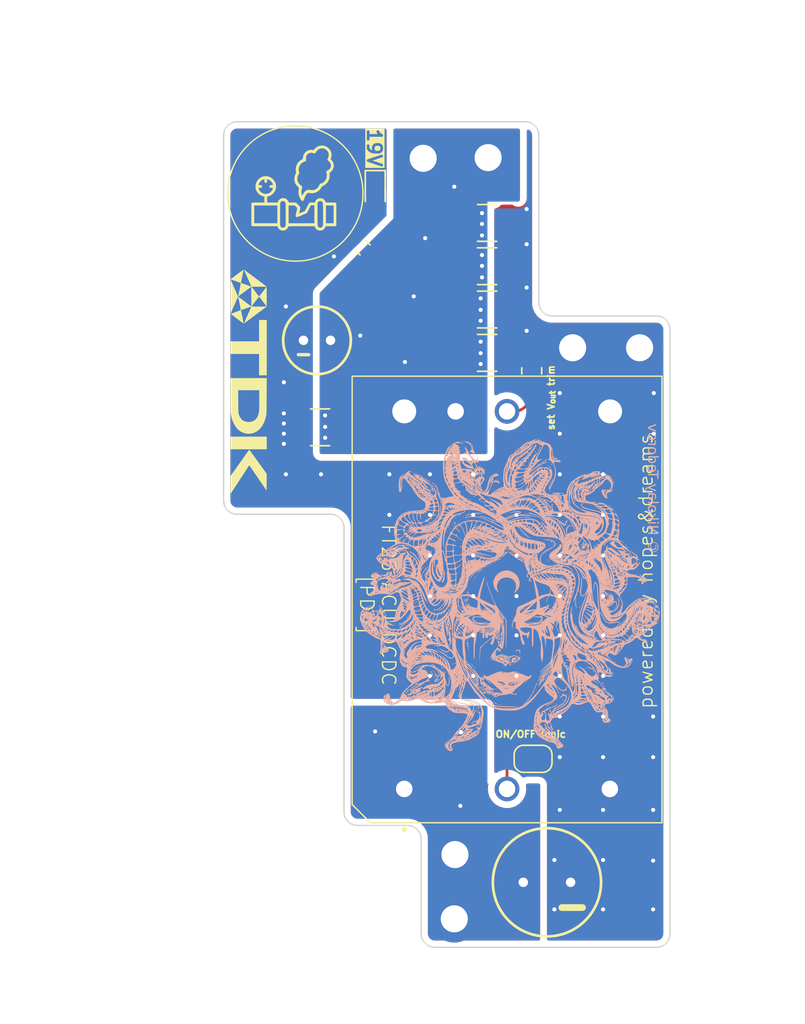
<source format=kicad_pcb>
(kicad_pcb
	(version 20240108)
	(generator "pcbnew")
	(generator_version "8.0")
	(general
		(thickness 1.6)
		(legacy_teardrops no)
	)
	(paper "A5")
	(title_block
		(title "Piggyback DCDC")
		(date "2025-05-12")
		(rev "V1.0")
		(company "FaSTTUBe")
	)
	(layers
		(0 "F.Cu" signal)
		(31 "B.Cu" signal)
		(32 "B.Adhes" user "B.Adhesive")
		(33 "F.Adhes" user "F.Adhesive")
		(34 "B.Paste" user)
		(35 "F.Paste" user)
		(36 "B.SilkS" user "B.Silkscreen")
		(37 "F.SilkS" user "F.Silkscreen")
		(38 "B.Mask" user)
		(39 "F.Mask" user)
		(40 "Dwgs.User" user "User.Drawings")
		(41 "Cmts.User" user "User.Comments")
		(42 "Eco1.User" user "User.Eco1")
		(43 "Eco2.User" user "User.Eco2")
		(44 "Edge.Cuts" user)
		(45 "Margin" user)
		(46 "B.CrtYd" user "B.Courtyard")
		(47 "F.CrtYd" user "F.Courtyard")
		(48 "B.Fab" user)
		(49 "F.Fab" user)
		(50 "User.1" user)
		(51 "User.2" user)
		(52 "User.3" user)
		(53 "User.4" user)
		(54 "User.5" user)
		(55 "User.6" user)
		(56 "User.7" user)
		(57 "User.8" user)
		(58 "User.9" user)
	)
	(setup
		(pad_to_mask_clearance 0)
		(allow_soldermask_bridges_in_footprints no)
		(pcbplotparams
			(layerselection 0x00010fc_ffffffff)
			(plot_on_all_layers_selection 0x0000000_00000000)
			(disableapertmacros no)
			(usegerberextensions no)
			(usegerberattributes yes)
			(usegerberadvancedattributes yes)
			(creategerberjobfile yes)
			(dashed_line_dash_ratio 12.000000)
			(dashed_line_gap_ratio 3.000000)
			(svgprecision 4)
			(plotframeref no)
			(viasonmask no)
			(mode 1)
			(useauxorigin no)
			(hpglpennumber 1)
			(hpglpenspeed 20)
			(hpglpendiameter 15.000000)
			(pdf_front_fp_property_popups yes)
			(pdf_back_fp_property_popups yes)
			(dxfpolygonmode yes)
			(dxfimperialunits yes)
			(dxfusepcbnewfont yes)
			(psnegative no)
			(psa4output no)
			(plotreference yes)
			(plotvalue yes)
			(plotfptext yes)
			(plotinvisibletext no)
			(sketchpadsonfab no)
			(subtractmaskfromsilk no)
			(outputformat 1)
			(mirror no)
			(drillshape 1)
			(scaleselection 1)
			(outputdirectory "")
		)
	)
	(net 0 "")
	(net 1 "Net-(JP1-B)")
	(net 2 "GND")
	(net 3 "Net-(U1-trim)")
	(net 4 "+24V")
	(net 5 "+19V")
	(net 6 "Net-(D1-A)")
	(footprint "FaSTTUBe_logos:hole_2mm" (layer "F.Cu") (at 95.15 50.55))
	(footprint "FaSTTUBe_logos:tdk_logo" (layer "F.Cu") (at 71.149999 53.1 -90))
	(footprint "Capacitor_SMD:C_1210_3225Metric" (layer "F.Cu") (at 76.475736 56.428249 180))
	(footprint "C_THT:C_THT_8mm" (layer "F.Cu") (at 91.5 90.05))
	(footprint "Jumper:SolderJumper-2_P1.3mm_Open_RoundedPad1.0x1.5mm" (layer "F.Cu") (at 92.225 80.925001 180))
	(footprint "Capacitor_SMD:C_1210_3225Metric" (layer "F.Cu") (at 88.825 41.325))
	(footprint "FaSTTUBe_logos:hole_2mm" (layer "F.Cu") (at 86.4 92.75))
	(footprint "Resistor_SMD:R_0805_2012Metric" (layer "F.Cu") (at 92.125 52.254999 90))
	(footprint "Capacitor_SMD:C_1210_3225Metric" (layer "F.Cu") (at 88.824999 44.525001))
	(footprint "Resistor_SMD:R_0603_1608Metric" (layer "F.Cu") (at 79.638909 43.154019 135))
	(footprint "i6A24014A033V-001-R:I6A24014A033V001R" (layer "F.Cu") (at 82.7 83.15 90))
	(footprint "FaSTTUBe_logos:leak" (layer "F.Cu") (at 74.55 38.75))
	(footprint "Capacitor_SMD:C_1210_3225Metric" (layer "F.Cu") (at 88.825 50.925))
	(footprint "LED_SMD:LED_0603_1608Metric" (layer "F.Cu") (at 80.555 38.945 -90))
	(footprint "Capacitor_SMD:C_1210_3225Metric" (layer "F.Cu") (at 88.825 47.724999))
	(footprint "C_THT:C_THT_5mm" (layer "F.Cu") (at 77.25 50 180))
	(footprint "FaSTTUBe_logos:hole_2mm" (layer "F.Cu") (at 100.1 50.55))
	(footprint "FaSTTUBe_logos:hole_2mm" (layer "F.Cu") (at 86.45 88))
	(footprint "FaSTTUBe_logos:hole_2mm" (layer "F.Cu") (at 88.9 36.5))
	(footprint "FaSTTUBe_logos:hole_2mm" (layer "F.Cu") (at 84.1 36.55))
	(footprint "FaSTTUBe_logos:medusa"
		(layer "B.Cu")
		(uuid "b93339fe-0d50-4d2d-9986-7cdf6989cfa6")
		(at 90.45 68.8 180)
		(property "Reference" "G***"
			(at 0 0 0)
			(layer "B.SilkS")
			(hide yes)
			(uuid "251750c4-75e1-478d-850f-b31095155786")
			(effects
				(font
					(size 1.5 1.5)
					(thickness 0.3)
				)
				(justify mirror)
			)
		)
		(property "Value" "LOGO"
			(at 0.75 0 0)
			(layer "B.SilkS")
			(hide yes)
			(uuid "4097c488-5a79-49c9-b589-a0bf14ff0dac")
			(effects
				(font
					(size 1.5 1.5)
					(thickness 0.3)
				)
				(justify mirror)
			)
		)
		(property "Footprint" "FaSTTUBe_logos:medusa"
			(at 0 0 0)
			(layer "B.Fab")
			(hide yes)
			(uuid "4eee4806-c4af-4384-b624-76ffa0c909ff")
			(effects
				(font
					(size 1.27 1.27)
					(thickness 0.15)
				)
				(justify mirror)
			)
		)
		(property "Datasheet" ""
			(at 0 0 0)
			(layer "B.Fab")
			(hide yes)
			(uuid "0772d856-f7d5-47f5-9bc8-a2f05eeb7687")
			(effects
				(font
					(size 1.27 1.27)
					(thickness 0.15)
				)
				(justify mirror)
			)
		)
		(property "Description" ""
			(at 0 0 0)
			(layer "B.Fab")
			(hide yes)
			(uuid "6ac05f29-21b5-4abc-abf3-47bdadff5e82")
			(effects
				(font
					(size 1.27 1.27)
					(thickness 0.15)
				)
				(justify mirror)
			)
		)
		(attr board_only exclude_from_pos_files exclude_from_bom)
		(fp_poly
			(pts
				(xy 10.166939 -1.370628) (xy 10.14959 -1.387978) (xy 10.13224 -1.370628) (xy 10.14959 -1.353278)
			)
			(stroke
				(width 0)
				(type solid)
			)
			(fill solid)
			(layer "B.SilkS")
			(uuid "7bf04e24-10f2-490a-b926-31664146e4cc")
		)
		(fp_poly
			(pts
				(xy 9.819945 -1.440027) (xy 9.802595 -1.457377) (xy 9.785245 -1.440027) (xy 9.802595 -1.422677)
			)
			(stroke
				(width 0)
				(type solid)
			)
			(fill solid)
			(layer "B.SilkS")
			(uuid "81ad6f35-0527-45a1-a99c-5ddd6d0d02ec")
		)
		(fp_poly
			(pts
				(xy 9.681147 -3.036202) (xy 9.663797 -3.053552) (xy 9.646448 -3.036202) (xy 9.663797 -3.018852)
			)
			(stroke
				(width 0)
				(type solid)
			)
			(fill solid)
			(layer "B.SilkS")
			(uuid "8c36be8b-efe8-4f30-94e0-5b57cb5dce72")
		)
		(fp_poly
			(pts
				(xy 9.646448 -1.093033) (xy 9.629098 -1.110382) (xy 9.611748 -1.093033) (xy 9.629098 -1.075683)
			)
			(stroke
				(width 0)
				(type solid)
			)
			(fill solid)
			(layer "B.SilkS")
			(uuid "3ddd2d7f-ef80-42cb-b2c6-ea260635d9f2")
		)
		(fp_poly
			(pts
				(xy 9.542349 -1.544125) (xy 9.525 -1.561475) (xy 9.50765 -1.544125) (xy 9.525 -1.526776)
			)
			(stroke
				(width 0)
				(type solid)
			)
			(fill solid)
			(layer "B.SilkS")
			(uuid "00372548-7b0e-4e07-9d37-7e13f5813f59")
		)
		(fp_poly
			(pts
				(xy 8.952459 -2.932104) (xy 8.935109 -2.949453) (xy 8.917759 -2.932104) (xy 8.935109 -2.914754)
			)
			(stroke
				(width 0)
				(type solid)
			)
			(fill solid)
			(layer "B.SilkS")
			(uuid "1c526713-d65f-4a09-b1db-da3260869c49")
		)
		(fp_poly
			(pts
				(xy 8.952459 -3.938388) (xy 8.935109 -3.955737) (xy 8.917759 -3.938388) (xy 8.935109 -3.921038)
			)
			(stroke
				(width 0)
				(type solid)
			)
			(fill solid)
			(layer "B.SilkS")
			(uuid "91131196-4e92-4b20-92c4-1ac227fadb5f")
		)
		(fp_poly
			(pts
				(xy 8.917759 2.793306) (xy 8.900409 2.775956) (xy 8.88306 2.793306) (xy 8.900409 2.810656)
			)
			(stroke
				(width 0)
				(type solid)
			)
			(fill solid)
			(layer "B.SilkS")
			(uuid "a98df63b-24ac-4dd7-a9bd-e1a2dc9497ec")
		)
		(fp_poly
			(pts
				(xy 8.88306 -2.376912) (xy 8.86571 -2.394262) (xy 8.84836 -2.376912) (xy 8.86571 -2.359563)
			)
			(stroke
				(width 0)
				(type solid)
			)
			(fill solid)
			(layer "B.SilkS")
			(uuid "d29fc0de-89e7-45a9-8a69-b0eae8400e4d")
		)
		(fp_poly
			(pts
				(xy 8.778961 0.121448) (xy 8.761612 0.104099) (xy 8.744262 0.121448) (xy 8.761612 0.138798)
			)
			(stroke
				(width 0)
				(type solid)
			)
			(fill solid)
			(layer "B.SilkS")
			(uuid "addc740e-eea7-4d79-a819-03665f47a05d")
		)
		(fp_poly
			(pts
				(xy 8.431967 1.648224) (xy 8.414617 1.630875) (xy 8.397267 1.648224) (xy 8.414617 1.665574)
			)
			(stroke
				(width 0)
				(type solid)
			)
			(fill solid)
			(layer "B.SilkS")
			(uuid "66c945a7-2753-48a1-8e49-c9c43fe5b233")
		)
		(fp_poly
			(pts
				(xy 8.25847 -1.995218) (xy 8.24112 -2.012568) (xy 8.22377 -1.995218) (xy 8.24112 -1.977869)
			)
			(stroke
				(width 0)
				(type solid)
			)
			(fill solid)
			(layer "B.SilkS")
			(uuid "decb3e6d-45a2-455f-81c1-f021eaa90c5a")
		)
		(fp_poly
			(pts
				(xy 8.154371 -2.793306) (xy 8.137021 -2.810656) (xy 8.119672 -2.793306) (xy 8.137021 -2.775956)
			)
			(stroke
				(width 0)
				(type solid)
			)
			(fill solid)
			(layer "B.SilkS")
			(uuid "0d153cde-cad3-410b-9f09-aaba78f75e95")
		)
		(fp_poly
			(pts
				(xy 8.050273 -1.960519) (xy 8.032923 -1.977869) (xy 8.015573 -1.960519) (xy 8.032923 -1.943169)
			)
			(stroke
				(width 0)
				(type solid)
			)
			(fill solid)
			(layer "B.SilkS")
			(uuid "6ddedd98-47df-4daa-9a42-0bf0ed38f53f")
		)
		(fp_poly
			(pts
				(xy 8.050273 -2.029918) (xy 8.032923 -2.047268) (xy 8.015573 -2.029918) (xy 8.032923 -2.012568)
			)
			(stroke
				(width 0)
				(type solid)
			)
			(fill solid)
			(layer "B.SilkS")
			(uuid "35711222-a5be-4cfd-b9e8-2682e9bc58b3")
		)
		(fp_poly
			(pts
				(xy 7.980874 1.370629) (xy 7.963524 1.353279) (xy 7.946174 1.370629) (xy 7.963524 1.387978)
			)
			(stroke
				(width 0)
				(type solid)
			)
			(fill solid)
			(layer "B.SilkS")
			(uuid "a3ec7e2b-1dc6-49ee-8cf7-57adffcfc0f0")
		)
		(fp_poly
			(pts
				(xy 7.946174 3.938388) (xy 7.928825 3.921038) (xy 7.911475 3.938388) (xy 7.928825 3.955738)
			)
			(stroke
				(width 0)
				(type solid)
			)
			(fill solid)
			(layer "B.SilkS")
			(uuid "e042324d-39f6-4a76-9f98-013c29ea077e")
		)
		(fp_poly
			(pts
				(xy 7.911475 3.140301) (xy 7.894125 3.122951) (xy 7.876776 3.140301) (xy 7.894125 3.15765)
			)
			(stroke
				(width 0)
				(type solid)
			)
			(fill solid)
			(layer "B.SilkS")
			(uuid "79866de3-ee15-4c8b-b76a-c23cc84d57de")
		)
		(fp_poly
			(pts
				(xy 7.772677 -0.64194) (xy 7.755327 -0.659289) (xy 7.737978 -0.64194) (xy 7.755327 -0.62459)
			)
			(stroke
				(width 0)
				(type solid)
			)
			(fill solid)
			(layer "B.SilkS")
			(uuid "98c49ac4-ca76-4c09-9998-2fb44e19e555")
		)
		(fp_poly
			(pts
				(xy 7.737978 -2.862705) (xy 7.720628 -2.880054) (xy 7.703278 -2.862705) (xy 7.720628 -2.845355)
			)
			(stroke
				(width 0)
				(type solid)
			)
			(fill solid)
			(layer "B.SilkS")
			(uuid "80b714cd-2c49-43ad-9fe2-b5812cdd4c22")
		)
		(fp_poly
			(pts
				(xy 7.737978 -2.932104) (xy 7.720628 -2.949453) (xy 7.703278 -2.932104) (xy 7.720628 -2.914754)
			)
			(stroke
				(width 0)
				(type solid)
			)
			(fill solid)
			(layer "B.SilkS")
			(uuid "39dbd7e1-1e2d-436d-8526-a9bf81421d2f")
		)
		(fp_poly
			(pts
				(xy 7.59918 0.156148) (xy 7.58183 0.138798) (xy 7.56448 0.156148) (xy 7.58183 0.173497)
			)
			(stroke
				(width 0)
				(type solid)
			)
			(fill solid)
			(layer "B.SilkS")
			(uuid "42b1429c-ca93-4fd8-9f14-ca416c38b32f")
		)
		(fp_poly
			(pts
				(xy 7.59918 -1.544125) (xy 7.58183 -1.561475) (xy 7.56448 -1.544125) (xy 7.58183 -1.526776)
			)
			(stroke
				(width 0)
				(type solid)
			)
			(fill solid)
			(layer "B.SilkS")
			(uuid "a2a161a2-1109-4bf8-9ece-deeb35f0a9f2")
		)
		(fp_poly
			(pts
				(xy 7.529781 4.909973) (xy 7.512431 4.892623) (xy 7.495082 4.909973) (xy 7.512431 4.927323)
			)
			(stroke
				(width 0)
				(type solid)
			)
			(fill solid)
			(layer "B.SilkS")
			(uuid "da45d30a-679f-496f-ba4b-2019b7248a3f")
		)
		(fp_poly
			(pts
				(xy 7.425683 3.175) (xy 7.408333 3.15765) (xy 7.390983 3.175) (xy 7.408333 3.19235)
			)
			(stroke
				(width 0)
				(type solid)
			)
			(fill solid)
			(layer "B.SilkS")
			(uuid "2bfb815a-3da0-4c74-8533-f01cd0be0edb")
		)
		(fp_poly
			(pts
				(xy 7.390983 -1.995218) (xy 7.373633 -2.012568) (xy 7.356284 -1.995218) (xy 7.373633 -1.977869)
			)
			(stroke
				(width 0)
				(type solid)
			)
			(fill solid)
			(layer "B.SilkS")
			(uuid "fa97973b-1cc4-4125-a725-c38175a2718e")
		)
		(fp_poly
			(pts
				(xy 7.321584 -1.23183) (xy 7.304235 -1.24918) (xy 7.286885 -1.23183) (xy 7.304235 -1.214481)
			)
			(stroke
				(width 0)
				(type solid)
			)
			(fill solid)
			(layer "B.SilkS")
			(uuid "870908ef-6edb-48e4-b113-ec7fe96c0c94")
		)
		(fp_poly
			(pts
				(xy 7.217486 3.279099) (xy 7.200136 3.261749) (xy 7.182786 3.279099) (xy 7.200136 3.296448)
			)
			(stroke
				(width 0)
				(type solid)
			)
			(fill solid)
			(layer "B.SilkS")
			(uuid "3aec5d7e-de24-4eb1-8bd1-bbe1fba9b68b")
		)
		(fp_poly
			(pts
				(xy 7.113388 9.039208) (xy 7.096038 9.021858) (xy 7.078688 9.039208) (xy 7.096038 9.056558)
			)
			(stroke
				(width 0)
				(type solid)
			)
			(fill solid)
			(layer "B.SilkS")
			(uuid "c6670730-766a-4d25-ae2c-d4f0ac0b6749")
		)
		(fp_poly
			(pts
				(xy 7.078688 2.897405) (xy 7.061338 2.880055) (xy 7.043989 2.897405) (xy 7.061338 2.914754)
			)
			(stroke
				(width 0)
				(type solid)
			)
			(fill solid)
			(layer "B.SilkS")
			(uuid "a08df599-942c-4d97-9410-bf78631ef52b")
		)
		(fp_poly
			(pts
				(xy 7.043989 9.004508) (xy 7.026639 8.987159) (xy 7.009289 9.004508) (xy 7.026639 9.021858)
			)
			(stroke
				(width 0)
				(type solid)
			)
			(fill solid)
			(layer "B.SilkS")
			(uuid "6e1d0d5e-734f-4007-9147-7337ae9e00c0")
		)
		(fp_poly
			(pts
				(xy 6.905191 7.998224) (xy 6.887841 7.980875) (xy 6.870491 7.998224) (xy 6.887841 8.015574)
			)
			(stroke
				(width 0)
				(type solid)
			)
			(fill solid)
			(layer "B.SilkS")
			(uuid "d8b1dd58-60e5-48e4-8edd-9260b515c513")
		)
		(fp_poly
			(pts
				(xy 6.905191 2.966803) (xy 6.887841 2.949454) (xy 6.870491 2.966803) (xy 6.887841 2.984153)
			)
			(stroke
				(width 0)
				(type solid)
			)
			(fill solid)
			(layer "B.SilkS")
			(uuid "b692b1c2-d5fb-4e08-a96c-bd252ce1710e")
		)
		(fp_poly
			(pts
				(xy 6.801092 4.320082) (xy 6.783743 4.302732) (xy 6.766393 4.320082) (xy 6.783743 4.337432)
			)
			(stroke
				(width 0)
				(type solid)
			)
			(fill solid)
			(layer "B.SilkS")
			(uuid "3febaa61-c4e2-4d15-a6e9-458099075061")
		)
		(fp_poly
			(pts
				(xy 6.731694 4.424181) (xy 6.714344 4.406831) (xy 6.696994 4.424181) (xy 6.714344 4.44153)
			)
			(stroke
				(width 0)
				(type solid)
			)
			(fill solid)
			(layer "B.SilkS")
			(uuid "dd6b6f06-7db1-4241-bd8b-ea977ab51536")
		)
		(fp_poly
			(pts
				(xy 6.627595 -4.493579) (xy 6.610245 -4.510929) (xy 6.592896 -4.493579) (xy 6.610245 -4.476229)
			)
			(stroke
				(width 0)
				(type solid)
			)
			(fill solid)
			(layer "B.SilkS")
			(uuid "870d0bf3-4169-4fe5-80a0-161df8846011")
		)
		(fp_poly
			(pts
				(xy 6.558196 -2.203415) (xy 6.540847 -2.220765) (xy 6.523497 -2.203415) (xy 6.540847 -2.186065)
			)
			(stroke
				(width 0)
				(type solid)
			)
			(fill solid)
			(layer "B.SilkS")
			(uuid "65b5d7e9-4cf9-462b-a0bd-34b8fd6a81df")
		)
		(fp_poly
			(pts
				(xy 6.558196 -7.061339) (xy 6.540847 -7.078688) (xy 6.523497 -7.061339) (xy 6.540847 -7.043989)
			)
			(stroke
				(width 0)
				(type solid)
			)
			(fill solid)
			(layer "B.SilkS")
			(uuid "4633b408-8aaf-413d-ad01-637dd116f018")
		)
		(fp_poly
			(pts
				(xy 6.523497 -4.354781) (xy 6.506147 -4.372131) (xy 6.488797 -4.354781) (xy 6.506147 -4.337431)
			)
			(stroke
				(width 0)
				(type solid)
			)
			(fill solid)
			(layer "B.SilkS")
			(uuid "0b079dc8-dac6-4cef-b369-2d84e5468c73")
		)
		(fp_poly
			(pts
				(xy 6.488797 3.868989) (xy 6.471448 3.85164) (xy 6.454098 3.868989) (xy 6.471448 3.886339)
			)
			(stroke
				(width 0)
				(type solid)
			)
			(fill solid)
			(layer "B.SilkS")
			(uuid "8cae0f92-eaa0-45d9-83e0-8b9a25ec94fe")
		)
		(fp_poly
			(pts
				(xy 6.454098 -1.89112) (xy 6.436748 -1.90847) (xy 6.419398 -1.89112) (xy 6.436748 -1.87377)
			)
			(stroke
				(width 0)
				(type solid)
			)
			(fill solid)
			(layer "B.SilkS")
			(uuid "ebb37f10-a867-4a41-af3b-41339a553dfe")
		)
		(fp_poly
			(pts
				(xy 6.3153 1.127732) (xy 6.29795 1.110383) (xy 6.280601 1.127732) (xy 6.29795 1.145082)
			)
			(stroke
				(width 0)
				(type solid)
			)
			(fill solid)
			(layer "B.SilkS")
			(uuid "65561819-7859-4c8a-a2f3-0295ebfa1c1e")
		)
		(fp_poly
			(pts
				(xy 6.280601 3.903689) (xy 6.263251 3.886339) (xy 6.245901 3.903689) (xy 6.263251 3.921038)
			)
			(stroke
				(width 0)
				(type solid)
			)
			(fill solid)
			(layer "B.SilkS")
			(uuid "e623dc4a-9449-4251-a873-95fe58c08f52")
		)
		(fp_poly
			(pts
				(xy 6.280601 -6.575546) (xy 6.263251 -6.592896) (xy 6.245901 -6.575546) (xy 6.263251 -6.558197)
			)
			(stroke
				(width 0)
				(type solid)
			)
			(fill solid)
			(layer "B.SilkS")
			(uuid "8e5e3dd4-32f8-44f1-be2a-ccb526db2352")
		)
		(fp_poly
			(pts
				(xy 6.245901 -1.370628) (xy 6.228551 -1.387978) (xy 6.211202 -1.370628) (xy 6.228551 -1.353278)
			)
			(stroke
				(width 0)
				(type solid)
			)
			(fill solid)
			(layer "B.SilkS")
			(uuid "e544546c-d59c-46ef-9a6c-f05c3336af84")
		)
		(fp_poly
			(pts
				(xy 6.245901 -2.654508) (xy 6.228551 -2.671858) (xy 6.211202 -2.654508) (xy 6.228551 -2.637158)
			)
			(stroke
				(width 0)
				(type solid)
			)
			(fill solid)
			(layer "B.SilkS")
			(uuid "89dace70-937a-42a2-9592-0a339f472e18")
		)
		(fp_poly
			(pts
				(xy 6.211202 1.752323) (xy 6.193852 1.734973) (xy 6.176502 1.752323) (xy 6.193852 1.769672)
			)
			(stroke
				(width 0)
				(type solid)
			)
			(fill solid)
			(layer "B.SilkS")
			(uuid "eafdd20d-ebc5-4e12-832e-d0462e5f96cf")
		)
		(fp_poly
			(pts
				(xy 6.176502 2.029918) (xy 6.159153 2.012569) (xy 6.141803 2.029918) (xy 6.159153 2.047268)
			)
			(stroke
				(width 0)
				(type solid)
			)
			(fill solid)
			(layer "B.SilkS")
			(uuid "17e70075-cf85-4b95-8223-c0fb9b537843")
		)
		(fp_poly
			(pts
				(xy 6.072404 5.74276) (xy 6.055054 5.72541) (xy 6.037705 5.74276) (xy 6.055054 5.760109)
			)
			(stroke
				(width 0)
				(type solid)
			)
			(fill solid)
			(layer "B.SilkS")
			(uuid "9e78aeed-1bd8-4bbb-b808-b4ee6ae45e92")
		)
		(fp_poly
			(pts
				(xy 6.072404 2.272814) (xy 6.055054 2.255465) (xy 6.037705 2.272814) (xy 6.055054 2.290164)
			)
			(stroke
				(width 0)
				(type solid)
			)
			(fill solid)
			(layer "B.SilkS")
			(uuid "14b9041a-28e3-47d6-927b-19af1777f0dc")
		)
		(fp_poly
			(pts
				(xy 6.072404 -0.711339) (xy 6.055054 -0.728688) (xy 6.037705 -0.711339) (xy 6.055054 -0.693989)
			)
			(stroke
				(width 0)
				(type solid)
			)
			(fill solid)
			(layer "B.SilkS")
			(uuid "50f0e4bb-494c-4494-940e-2a9d4df78881")
		)
		(fp_poly
			(pts
				(xy 6.072404 -5.603962) (xy 6.055054 -5.621311) (xy 6.037705 -5.603962) (xy 6.055054 -5.586612)
			)
			(stroke
				(width 0)
				(type solid)
			)
			(fill solid)
			(layer "B.SilkS")
			(uuid "c5a1615f-e700-4c42-a57f-8f4f71d574dd")
		)
		(fp_poly
			(pts
				(xy 6.037705 -0.884836) (xy 6.020355 -0.902186) (xy 6.003005 -0.884836) (xy 6.020355 -0.867486)
			)
			(stroke
				(width 0)
				(type solid)
			)
			(fill solid)
			(layer "B.SilkS")
			(uuid "26feb61e-a4a4-4be5-a935-b4ce39952f1c")
		)
		(fp_poly
			(pts
				(xy 6.003005 5.70806) (xy 5.985655 5.690711) (xy 5.968306 5.70806) (xy 5.985655 5.72541)
			)
			(stroke
				(width 0)
				(type solid)
			)
			(fill solid)
			(layer "B.SilkS")
			(uuid "46c9d090-b089-41cf-a8aa-aee3a0c2acd5")
		)
		(fp_poly
			(pts
				(xy 6.003005 -0.988934) (xy 5.985655 -1.006284) (xy 5.968306 -0.988934) (xy 5.985655 -0.971584)
			)
			(stroke
				(width 0)
				(type solid)
			)
			(fill solid)
			(layer "B.SilkS")
			(uuid "af0a0735-21bc-4154-8818-54b89c34f0ae")
		)
		(fp_poly
			(pts
				(xy 5.968306 4.215984) (xy 5.950956 4.198634) (xy 5.933606 4.215984) (xy 5.950956 4.233334)
			)
			(stroke
				(width 0)
				(type solid)
			)
			(fill solid)
			(layer "B.SilkS")
			(uuid "6125dcbf-f4bf-48ae-9c08-658683fa2f4b")
		)
		(fp_poly
			(pts
				(xy 5.968306 -1.058333) (xy 5.950956 -1.075683) (xy 5.933606 -1.058333) (xy 5.950956 -1.040983)
			)
			(stroke
				(width 0)
				(type solid)
			)
			(fill solid)
			(layer "B.SilkS")
			(uuid "6864a87e-ecd6-4481-b4ee-a1b43d7db1aa")
		)
		(fp_poly
			(pts
				(xy 5.968306 -4.45888) (xy 5.950956 -4.476229) (xy 5.933606 -4.45888) (xy 5.950956 -4.44153)
			)
			(stroke
				(width 0)
				(type solid)
			)
			(fill solid)
			(layer "B.SilkS")
			(uuid "85f3be80-43ff-4711-835c-091c1c243fd3")
		)
		(fp_poly
			(pts
				(xy 5.933606 4.562978) (xy 5.916256 4.545629) (xy 5.898907 4.562978) (xy 5.916256 4.580328)
			)
			(stroke
				(width 0)
				(type solid)
			)
			(fill solid)
			(layer "B.SilkS")
			(uuid "1e6d0dbf-116e-4b91-a909-0c64ab2e135f")
		)
		(fp_poly
			(pts
				(xy 5.933606 -6.055054) (xy 5.916256 -6.072404) (xy 5.898907 -6.055054) (xy 5.916256 -6.037705)
			)
			(stroke
				(width 0)
				(type solid)
			)
			(fill solid)
			(layer "B.SilkS")
			(uuid "bae590d9-9301-4ebb-b9e2-108fb37bf4b6")
		)
		(fp_poly
			(pts
				(xy 5.898907 -1.023634) (xy 5.881557 -1.040983) (xy 5.864207 -1.023634) (xy 5.881557 -1.006284)
			)
			(stroke
				(width 0)
				(type solid)
			)
			(fill solid)
			(layer "B.SilkS")
			(uuid "e85726b7-ed92-415d-b035-1f2679553515")
		)
		(fp_poly
			(pts
				(xy 5.864207 -5.118169) (xy 5.846858 -5.135519) (xy 5.829508 -5.118169) (xy 5.846858 -5.100819)
			)
			(stroke
				(width 0)
				(type solid)
			)
			(fill solid)
			(layer "B.SilkS")
			(uuid "4ec30e3c-3696-422b-9a21-0db77a7d6d83")
		)
		(fp_poly
			(pts
				(xy 5.864207 -5.499863) (xy 5.846858 -5.517213) (xy 5.829508 -5.499863) (xy 5.846858 -5.482513)
			)
			(stroke
				(width 0)
				(type solid)
			)
			(fill solid)
			(layer "B.SilkS")
			(uuid "66ef45ac-9dc3-4f21-b867-1fbfce44627f")
		)
		(fp_poly
			(pts
				(xy 5.760109 0.954235) (xy 5.742759 0.936885) (xy 5.725409 0.954235) (xy 5.742759 0.971585)
			)
			(stroke
				(width 0)
				(type solid)
			)
			(fill solid)
			(layer "B.SilkS")
			(uuid "a29b7386-4f01-4ffc-b192-0f5595247682")
		)
		(fp_poly
			(pts
				(xy 5.725409 3.521995) (xy 5.70806 3.504645) (xy 5.69071 3.521995) (xy 5.70806 3.539344)
			)
			(stroke
				(width 0)
				(type solid)
			)
			(fill solid)
			(layer "B.SilkS")
			(uuid "f064e1d1-b9e2-4d94-872f-41fca2b96fe0")
		)
		(fp_poly
			(pts
				(xy 5.725409 0.815437) (xy 5.70806 0.798088) (xy 5.69071 0.815437) (xy 5.70806 0.832787)
			)
			(stroke
				(width 0)
				(type solid)
			)
			(fill solid)
			(layer "B.SilkS")
			(uuid "c7b62133-c13f-464c-b1fc-33958b8d7cbf")
		)
		(fp_poly
			(pts
				(xy 5.725409 -1.787022) (xy 5.70806 -1.804371) (xy 5.69071 -1.787022) (xy 5.70806 -1.769672)
			)
			(stroke
				(width 0)
				(type solid)
			)
			(fill solid)
			(layer "B.SilkS")
			(uuid "5c6fe6b7-2d4f-4a14-9247-ef74629894b8")
		)
		(fp_poly
			(pts
				(xy 5.725409 -5.395765) (xy 5.70806 -5.413115) (xy 5.69071 -5.395765) (xy 5.70806 -5.378415)
			)
			(stroke
				(width 0)
				(type solid)
			)
			(fill solid)
			(layer "B.SilkS")
			(uuid "3b0f0bbd-b38c-4eac-beea-6a0d90f137ac")
		)
		(fp_poly
			(pts
				(xy 5.69071 -1.23183) (xy 5.67336 -1.24918) (xy 5.656011 -1.23183) (xy 5.67336 -1.214481)
			)
			(stroke
				(width 0)
				(type solid)
			)
			(fill solid)
			(layer "B.SilkS")
			(uuid "194852ec-310c-41a5-af86-c17be55fd867")
		)
		(fp_poly
			(pts
				(xy 5.69071 -3.695492) (xy 5.67336 -3.712841) (xy 5.656011 -3.695492) (xy 5.67336 -3.678142)
			)
			(stroke
				(width 0)
				(type solid)
			)
			(fill solid)
			(layer "B.SilkS")
			(uuid "5713fc9b-0571-49e8-8278-0ce3c03e3249")
		)
		(fp_poly
			(pts
				(xy 5.69071 -5.569262) (xy 5.67336 -5.586612) (xy 5.656011 -5.569262) (xy 5.67336 -5.551912)
			)
			(stroke
				(width 0)
				(type solid)
			)
			(fill solid)
			(layer "B.SilkS")
			(uuid "2b5f162a-f95d-4dc5-9b06-6aed3b25e4a3")
		)
		(fp_poly
			(pts
				(xy 5.621311 7.512432) (xy 5.603961 7.495082) (xy 5.586612 7.512432) (xy 5.603961 7.529782)
			)
			(stroke
				(width 0)
				(type solid)
			)
			(fill solid)
			(layer "B.SilkS")
			(uuid "50c8b01c-4231-40ee-ba23-dfe376afabb2")
		)
		(fp_poly
			(pts
				(xy 5.621311 -0.884836) (xy 5.603961 -0.902186) (xy 5.586612 -0.884836) (xy 5.603961 -0.867486)
			)
			(stroke
				(width 0)
				(type solid)
			)
			(fill solid)
			(layer "B.SilkS")
			(uuid "d171aac6-4645-4e36-8399-1d66932dc15d")
		)
		(fp_poly
			(pts
				(xy 5.586612 0.433743) (xy 5.569262 0.416394) (xy 5.551912 0.433743) (xy 5.569262 0.451093)
			)
			(stroke
				(width 0)
				(type solid)
			)
			(fill solid)
			(layer "B.SilkS")
			(uuid "e4dc803a-1a93-43b2-87c0-0ecc401dd8a6")
		)
		(fp_poly
			(pts
				(xy 5.586612 0.086749) (xy 5.569262 0.069399) (xy 5.551912 0.086749) (xy 5.569262 0.104099)
			)
			(stroke
				(width 0)
				(type solid)
			)
			(fill solid)
			(layer "B.SilkS")
			(uuid "653bbba1-c087-40fa-899e-e224cd6db4e7")
		)
		(fp_poly
			(pts
				(xy 5.586612 -3.834289) (xy 5.569262 -3.851639) (xy 5.551912 -3.834289) (xy 5.569262 -3.81694)
			)
			(stroke
				(width 0)
				(type solid)
			)
			(fill solid)
			(layer "B.SilkS")
			(uuid "ccc1ae16-93d0-48f8-95f5-89838b8228f7")
		)
		(fp_poly
			(pts
				(xy 5.551912 -5.499863) (xy 5.534562 -5.517213) (xy 5.517213 -5.499863) (xy 5.534562 -5.482513)
			)
			(stroke
				(width 0)
				(type solid)
			)
			(fill solid)
			(layer "B.SilkS")
			(uuid "384c85cf-5892-4360-a541-28826f51dac0")
		)
		(fp_poly
			(pts
				(xy 5.551912 -6.263251) (xy 5.534562 -6.280601) (xy 5.517213 -6.263251) (xy 5.534562 -6.245901)
			)
			(stroke
				(width 0)
				(type solid)
			)
			(fill solid)
			(layer "B.SilkS")
			(uuid "ac301277-d5c0-4f37-891b-6466bd0601fa")
		)
		(fp_poly
			(pts
				(xy 5.517213 -1.301229) (xy 5.499863 -1.318579) (xy 5.482513 -1.301229) (xy 5.499863 -1.28388)
			)
			(stroke
				(width 0)
				(type solid)
			)
			(fill solid)
			(layer "B.SilkS")
			(uuid "21e6bb69-74f7-4898-a023-7f18f25f1e72")
		)
		(fp_poly
			(pts
				(xy 5.447814 -0.919535) (xy 5.430464 -0.936885) (xy 5.413114 -0.919535) (xy 5.430464 -0.902186)
			)
			(stroke
				(width 0)
				(type solid)
			)
			(fill solid)
			(layer "B.SilkS")
			(uuid "aec0d48c-817d-43ef-adee-e96997e310cd")
		)
		(fp_poly
			(pts
				(xy 5.413114 7.894126) (xy 5.395765 7.876776) (xy 5.378415 7.894126) (xy 5.395765 7.911476)
			)
			(stroke
				(width 0)
				(type solid)
			)
			(fill solid)
			(layer "B.SilkS")
			(uuid "7ac3d9d2-ebf4-4a2f-afea-4fa9d9b20945")
		)
		(fp_poly
			(pts
				(xy 5.413114 -0.399044) (xy 5.395765 -0.416393) (xy 5.378415 -0.399044) (xy 5.395765 -0.381694)
			)
			(stroke
				(width 0)
				(type solid)
			)
			(fill solid)
			(layer "B.SilkS")
			(uuid "f1cdf330-1d58-477d-bdc9-ba7ab07b5807")
		)
		(fp_poly
			(pts
				(xy 5.378415 -0.884836) (xy 5.361065 -0.902186) (xy 5.343715 -0.884836) (xy 5.361065 -0.867486)
			)
			(stroke
				(width 0)
				(type solid)
			)
			(fill solid)
			(layer "B.SilkS")
			(uuid "a956125c-5d1e-4df9-9101-144a87a97c6e")
		)
		(fp_poly
			(pts
				(xy 5.309016 -1.197131) (xy 5.291666 -1.214481) (xy 5.274317 -1.197131) (xy 5.291666 -1.179781)
			)
			(stroke
				(width 0)
				(type solid)
			)
			(fill solid)
			(layer "B.SilkS")
			(uuid "69155f6d-7359-4858-b3e1-8d62b07d9333")
		)
		(fp_poly
			(pts
				(xy 5.309016 -3.903688) (xy 5.291666 -3.921038) (xy 5.274317 -3.903688) (xy 5.291666 -3.886339)
			)
			(stroke
				(width 0)
				(type solid)
			)
			(fill solid)
			(layer "B.SilkS")
			(uuid "bccd0264-fb55-47c1-9675-afd1bb143e7c")
		)
		(fp_poly
			(pts
				(xy 5.309016 -5.846858) (xy 5.291666 -5.864207) (xy 5.274317 -5.846858) (xy 5.291666 -5.829508)
			)
			(stroke
				(width 0)
				(type solid)
			)
			(fill solid)
			(layer "B.SilkS")
			(uuid "64b842f3-496a-4b01-9207-fa1b9ed8c2b8")
		)
		(fp_poly
			(pts
				(xy 5.239617 -0.780737) (xy 5.222267 -0.798087) (xy 5.204918 -0.780737) (xy 5.222267 -0.763388)
			)
			(stroke
				(width 0)
				(type solid)
			)
			(fill solid)
			(layer "B.SilkS")
			(uuid "34417d21-9522-4f8e-8855-50a84ec2c956")
		)
		(fp_poly
			(pts
				(xy 5.239617 -1.301229) (xy 5.222267 -1.318579) (xy 5.204918 -1.301229) (xy 5.222267 -1.28388)
			)
			(stroke
				(width 0)
				(type solid)
			)
			(fill solid)
			(layer "B.SilkS")
			(uuid "769b9957-a70c-40c1-bd2f-ebe82e70ea6b")
		)
		(fp_poly
			(pts
				(xy 5.239617 -3.938388) (xy 5.222267 -3.955737) (xy 5.204918 -3.938388) (xy 5.222267 -3.921038)
			)
			(stroke
				(width 0)
				(type solid)
			)
			(fill solid)
			(layer "B.SilkS")
			(uuid "ad60d9b0-7351-4b97-a6c9-7c0c3b9d1962")
		)
		(fp_poly
			(pts
				(xy 5.204918 -0.850136) (xy 5.187568 -0.867486) (xy 5.170218 -0.850136) (xy 5.187568 -0.832787)
			)
			(stroke
				(width 0)
				(type solid)
			)
			(fill solid)
			(layer "B.SilkS")
			(uuid "35c5c167-79e1-4655-8bf2-e2116e317e8a")
		)
		(fp_poly
			(pts
				(xy 5.170218 -3.209699) (xy 5.152868 -3.227049) (xy 5.135519 -3.209699) (xy 5.152868 -3.19235)
			)
			(stroke
				(width 0)
				(type solid)
			)
			(fill solid)
			(layer "B.SilkS")
			(uuid "1faa3e28-bd43-41b9-8279-0f19b8d17eb1")
		)
		(fp_poly
			(pts
				(xy 5.135519 -0.884836) (xy 5.118169 -0.902186) (xy 5.100819 -0.884836) (xy 5.118169 -0.867486)
			)
			(stroke
				(width 0)
				(type solid)
			)
			(fill solid)
			(layer "B.SilkS")
			(uuid "91e63786-e66d-4d72-8399-15a5c8b1947b")
		)
		(fp_poly
			(pts
				(xy 5.135519 -2.342213) (xy 5.118169 -2.359563) (xy 5.100819 -2.342213) (xy 5.118169 -2.324863)
			)
			(stroke
				(width 0)
				(type solid)
			)
			(fill solid)
			(layer "B.SilkS")
			(uuid "be186a4e-e7f7-4e67-b2b2-4c256f0e8f18")
		)
		(fp_poly
			(pts
				(xy 5.135519 -5.256967) (xy 5.118169 -5.274317) (xy 5.100819 -5.256967) (xy 5.118169 -5.239617)
			)
			(stroke
				(width 0)
				(type solid)
			)
			(fill solid)
			(layer "B.SilkS")
			(uuid "f7dcf166-2c15-495b-9cf7-e2639ca6b56f")
		)
		(fp_poly
			(pts
				(xy 5.06612 -0.780737) (xy 5.04877 -0.798087) (xy 5.03142 -0.780737) (xy 5.04877 -0.763388)
			)
			(stroke
				(width 0)
				(type solid)
			)
			(fill solid)
			(layer "B.SilkS")
			(uuid "0ae7771f-09de-420f-b24a-c28f366c8e9d")
		)
		(fp_poly
			(pts
				(xy 5.03142 0.67664) (xy 5.014071 0.65929) (xy 4.996721 0.67664) (xy 5.014071 0.693989)
			)
			(stroke
				(width 0)
				(type solid)
			)
			(fill solid)
			(layer "B.SilkS")
			(uuid "bd90be6b-ad23-486a-abd6-5790c70b3204")
		)
		(fp_poly
			(pts
				(xy 4.996721 -0.746038) (xy 4.979371 -0.763388) (xy 4.962021 -0.746038) (xy 4.979371 -0.728688)
			)
			(stroke
				(width 0)
				(type solid)
			)
			(fill solid)
			(layer "B.SilkS")
			(uuid "934e27d0-2af4-4f80-b3a0-47d7a37d734c")
		)
		(fp_poly
			(pts
				(xy 4.927322 -4.215983) (xy 4.909972 -4.233333) (xy 4.892623 -4.215983) (xy 4.909972 -4.198634)
			)
			(stroke
				(width 0)
				(type solid)
			)
			(fill solid)
			(layer "B.SilkS")
			(uuid "d4e5493b-664a-41fb-9080-725fb8396c52")
		)
		(fp_poly
			(pts
				(xy 4.857923 3.417896) (xy 4.840573 3.400547) (xy 4.823224 3.417896) (xy 4.840573 3.435246)
			)
			(stroke
				(width 0)
				(type solid)
			)
			(fill solid)
			(layer "B.SilkS")
			(uuid "edbfda8a-436c-4757-968e-64cad61f24d3")
		)
		(fp_poly
			(pts
				(xy 4.857923 3.313798) (xy 4.840573 3.296448) (xy 4.823224 3.313798) (xy 4.840573 3.331148)
			)
			(stroke
				(width 0)
				(type solid)
			)
			(fill solid)
			(layer "B.SilkS")
			(uuid "b7936ee2-6f16-4919-9bcc-fa3bf4e09366")
		)
		(fp_poly
			(pts
				(xy 4.857923 -1.162431) (xy 4.840573 -1.179781) (xy 4.823224 -1.162431) (xy 4.840573 -1.145082)
			)
			(stroke
				(width 0)
				(type solid)
			)
			(fill solid)
			(layer "B.SilkS")
			(uuid "172e1902-93da-446c-924e-0156731efbd7")
		)
		(fp_poly
			(pts
				(xy 4.823224 -0.780737) (xy 4.805874 -0.798087) (xy 4.788524 -0.780737) (xy 4.805874 -0.763388)
			)
			(stroke
				(width 0)
				(type solid)
			)
			(fill solid)
			(layer "B.SilkS")
			(uuid "8f512d8c-fa32-4b70-8428-490cd9e19170")
		)
		(fp_poly
			(pts
				(xy 4.823224 -3.660792) (xy 4.805874 -3.678142) (xy 4.788524 -3.660792) (xy 4.805874 -3.643442)
			)
			(stroke
				(width 0)
				(type solid)
			)
			(fill solid)
			(layer "B.SilkS")
			(uuid "4a8a1190-fe98-498f-89e0-330399b837ba")
		)
		(fp_poly
			(pts
				(xy 4.788524 3.279099) (xy 4.771174 3.261749) (xy 4.753825 3.279099) (xy 4.771174 3.296448)
			)
			(stroke
				(width 0)
				(type solid)
			)
			(fill solid)
			(layer "B.SilkS")
			(uuid "ad08623e-c7f8-43b6-a82e-d3f4e01445ac")
		)
		(fp_poly
			(pts
				(xy 4.788524 3.2097) (xy 4.771174 3.19235) (xy 4.753825 3.2097) (xy 4.771174 3.227049)
			)
			(stroke
				(width 0)
				(type solid)
			)
			(fill solid)
			(layer "B.SilkS")
			(uuid "deaba8a5-61a3-4eaa-9a16-e97155f6b8b8")
		)
		(fp_poly
			(pts
				(xy 4.753825 3.730191) (xy 4.736475 3.712842) (xy 4.719125 3.730191) (xy 4.736475 3.747541)
			)
			(stroke
				(width 0)
				(type solid)
			)
			(fill solid)
			(layer "B.SilkS")
			(uuid "bb34679d-2129-4151-91b0-8cf9687bfa38")
		)
		(fp_poly
			(pts
				(xy 4.719125 2.307514) (xy 4.701776 2.290164) (xy 4.684426 2.307514) (xy 4.701776 2.324864)
			)
			(stroke
				(width 0)
				(type solid)
			)
			(fill solid)
			(layer "B.SilkS")
			(uuid "8dddeda8-4325-42f2-92b5-c674566ec394")
		)
		(fp_poly
			(pts
				(xy 4.719125 2.238115) (xy 4.701776 2.220765) (xy 4.684426 2.238115) (xy 4.701776 2.255465)
			)
			(stroke
				(width 0)
				(type solid)
			)
			(fill solid)
			(layer "B.SilkS")
			(uuid "6e0a9131-10eb-4e00-8ba8-5ab103e260a8")
		)
		(fp_poly
			(pts
				(xy 4.684426 -0.988934) (xy 4.667076 -1.006284) (xy 4.649726 -0.988934) (xy 4.667076 -0.971584)
			)
			(stroke
				(width 0)
				(type solid)
			)
			(fill solid)
			(layer "B.SilkS")
			(uuid "b7f0d17d-738a-4613-8600-2da72aeee775")
		)
		(fp_poly
			(pts
				(xy 4.649726 4.285383) (xy 4.632377 4.268033) (xy 4.615027 4.285383) (xy 4.632377 4.302732)
			)
			(stroke
				(width 0)
				(type solid)
			)
			(fill solid)
			(layer "B.SilkS")
			(uuid "2e607bdc-9d97-4176-960d-02500d006afa")
		)
		(fp_poly
			(pts
				(xy 4.649726 -4.320082) (xy 4.632377 -4.337431) (xy 4.615027 -4.320082) (xy 4.632377 -4.302732)
			)
			(stroke
				(width 0)
				(type solid)
			)
			(fill solid)
			(layer "B.SilkS")
			(uuid "2386e47f-538d-4147-b82b-f822c60e7158")
		)
		(fp_poly
			(pts
				(xy 4.649726 -4.667076) (xy 4.632377 -4.684426) (xy 4.615027 -4.667076) (xy 4.632377 -4.649727)
			)
			(stroke
				(width 0)
				(type solid)
			)
			(fill solid)
			(layer "B.SilkS")
			(uuid "c88cfa8d-4875-41eb-93fe-14675a142e03")
		)
		(fp_poly
			(pts
				(xy 4.615027 4.181284) (xy 4.597677 4.163935) (xy 4.580327 4.181284) (xy 4.597677 4.198634)
			)
			(stroke
				(width 0)
				(type solid)
			)
			(fill solid)
			(layer "B.SilkS")
			(uuid "8a7a07df-8f1c-4f2c-b320-a6fb087a30c8")
		)
		(fp_poly
			(pts
				(xy 4.615027 -5.742759) (xy 4.597677 -5.760109) (xy 4.580327 -5.742759) (xy 4.597677 -5.72541)
			)
			(stroke
				(width 0)
				(type solid)
			)
			(fill solid)
			(layer "B.SilkS")
			(uuid "ba7cb75e-16d0-4841-a6f6-579f159f979a")
		)
		(fp_poly
			(pts
				(xy 4.615027 -7.026639) (xy 4.597677 -7.043989) (xy 4.580327 -7.026639) (xy 4.597677 -7.009289)
			)
			(stroke
				(width 0)
				(type solid)
			)
			(fill solid)
			(layer "B.SilkS")
			(uuid "4fc853f0-27bd-48a6-839e-752b78efc0f0")
		)
		(fp_poly
			(pts
				(xy 4.545628 -5.846858) (xy 4.528278 -5.864207) (xy 4.510929 -5.846858) (xy 4.528278 -5.829508)
			)
			(stroke
				(width 0)
				(type solid)
			)
			(fill solid)
			(layer "B.SilkS")
			(uuid "7d750232-7b80-4851-8de5-f9df1b6dbca0")
		)
		(fp_poly
			(pts
				(xy 4.510929 -2.064617) (xy 4.493579 -2.081967) (xy 4.476229 -2.064617) (xy 4.493579 -2.047268)
			)
			(stroke
				(width 0)
				(type solid)
			)
			(fill solid)
			(layer "B.SilkS")
			(uuid "21744b57-e13d-42e1-a03e-a28440ca66a2")
		)
		(fp_poly
			(pts
				(xy 4.44153 4.701776) (xy 4.42418 4.684426) (xy 4.40683 4.701776) (xy 4.42418 4.719126)
			)
			(stroke
				(width 0)
				(type solid)
			)
			(fill solid)
			(layer "B.SilkS")
			(uuid "929629cc-6d86-4ac4-be62-55df0895c7b1")
		)
		(fp_poly
			(pts
				(xy 4.44153 -4.354781) (xy 4.42418 -4.372131) (xy 4.40683 -4.354781) (xy 4.42418 -4.337431)
			)
			(stroke
				(width 0)
				(type solid)
			)
			(fill solid)
			(layer "B.SilkS")
			(uuid "c7c599c6-dee5-4103-b5d6-a7d39bfeb330")
		)
		(fp_poly
			(pts
				(xy 4.44153 -4.736475) (xy 4.42418 -4.753825) (xy 4.40683 -4.736475) (xy 4.42418 -4.719125)
			)
			(stroke
				(width 0)
				(type solid)
			)
			(fill solid)
			(layer "B.SilkS")
			(uuid "f8abb462-a697-46c6-988c-e704d818af49")
		)
		(fp_poly
			(pts
				(xy 4.40683 4.909973) (xy 4.38948 4.892623) (xy 4.372131 4.909973) (xy 4.38948 4.927323)
			)
			(stroke
				(width 0)
				(type solid)
			)
			(fill solid)
			(layer "B.SilkS")
			(uuid "705862cd-d2d6-4c06-a8a6-8618fc80bb96")
		)
		(fp_poly
			(pts
				(xy 4.372131 4.840574) (xy 4.354781 4.823224) (xy 4.337431 4.840574) (xy 4.354781 4.857924)
			)
			(stroke
				(width 0)
				(type solid)
			)
			(fill solid)
			(layer "B.SilkS")
			(uuid "0fb72cc2-8e6a-4b44-96a4-05b4cc9b1b73")
		)
		(fp_poly
			(pts
				(xy 4.372131 -4.771175) (xy 4.354781 -4.788524) (xy 4.337431 -4.771175) (xy 4.354781 -4.753825)
			)
			(stroke
				(width 0)
				(type solid)
			)
			(fill solid)
			(layer "B.SilkS")
			(uuid "0e689388-a3a5-4a02-be0c-9101589a7648")
		)
		(fp_poly
			(pts
				(xy 4.337431 -5.014071) (xy 4.320082 -5.031421) (xy 4.302732 -5.014071) (xy 4.320082 -4.996721)
			)
			(stroke
				(width 0)
				(type solid)
			)
			(fill solid)
			(layer "B.SilkS")
			(uuid "357c1b7b-d1b9-4845-80ce-90ff6b77a1bc")
		)
		(fp_poly
			(pts
				(xy 4.302732 5.048771) (xy 4.285382 5.031421) (xy 4.268032 5.048771) (xy 4.285382 5.06612)
			)
			(stroke
				(width 0)
				(type solid)
			)
			(fill solid)
			(layer "B.SilkS")
			(uuid "305fe479-3756-4a2f-a37e-886e8ed4e90a")
		)
		(fp_poly
			(pts
				(xy 4.163934 -4.979371) (xy 4.146584 -4.996721) (xy 4.129235 -4.979371) (xy 4.146584 -4.962022)
			)
			(stroke
				(width 0)
				(type solid)
			)
			(fill solid)
			(layer "B.SilkS")
			(uuid "2b8e55cb-c614-4e49-9805-2d643c8af537")
		)
		(fp_poly
			(pts
				(xy 4.163934 -5.04877) (xy 4.146584 -5.06612) (xy 4.129235 -5.04877) (xy 4.146584 -5.031421)
			)
			(stroke
				(width 0)
				(type solid)
			)
			(fill solid)
			(layer "B.SilkS")
			(uuid "e41dcdab-b4aa-4fa5-bf2b-6cfdd1235b00")
		)
		(fp_poly
			(pts
				(xy 4.094535 5.534563) (xy 4.077185 5.517213) (xy 4.059836 5.534563) (xy 4.077185 5.551913)
			)
			(stroke
				(width 0)
				(type solid)
			)
			(fill solid)
			(layer "B.SilkS")
			(uuid "b278ba32-f26f-4afe-86c5-db057f8a90be")
		)
		(fp_poly
			(pts
				(xy 4.059836 5.638661) (xy 4.042486 5.621312) (xy 4.025136 5.638661) (xy 4.042486 5.656011)
			)
			(stroke
				(width 0)
				(type solid)
			)
			(fill solid)
			(layer "B.SilkS")
			(uuid "c517cac4-2036-4dbf-a469-1a80fe501924")
		)
		(fp_poly
			(pts
				(xy 4.059836 5.430465) (xy 4.042486 5.413115) (xy 4.025136 5.430465) (xy 4.042486 5.447814)
			)
			(stroke
				(width 0)
				(type solid)
			)
			(fill solid)
			(layer "B.SilkS")
			(uuid "290d541c-7833-4a76-9901-dd4d80dc642e")
		)
		(fp_poly
			(pts
				(xy 3.990437 4.215984) (xy 3.973087 4.198634) (xy 3.955737 4.215984) (xy 3.973087 4.233334)
			)
			(stroke
				(width 0)
				(type solid)
			)
			(fill solid)
			(layer "B.SilkS")
			(uuid "7aa5c892-1593-4bbf-9d72-213b47759d1e")
		)
		(fp_poly
			(pts
				(xy 3.990437 -7.547131) (xy 3.973087 -7.564481) (xy 3.955737 -7.547131) (xy 3.973087 -7.529781)
			)
			(stroke
				(width 0)
				(type solid)
			)
			(fill solid)
			(layer "B.SilkS")
			(uuid "d0cf75ca-4da1-4d40-97eb-682c5ddb3b83")
		)
		(fp_poly
			(pts
				(xy 3.955737 5.187569) (xy 3.938388 5.170219) (xy 3.921038 5.187569) (xy 3.938388 5.204918)
			)
			(stroke
				(width 0)
				(type solid)
			)
			(fill solid)
			(layer "B.SilkS")
			(uuid "dc8109ed-cad5-42dd-8631-86f0d139c6d3")
		)
		(fp_poly
			(pts
				(xy 3.955737 4.285383) (xy 3.938388 4.268033) (xy 3.921038 4.285383) (xy 3.938388 4.302732)
			)
			(stroke
				(width 0)
				(type solid)
			)
			(fill solid)
			(layer "B.SilkS")
			(uuid "9acd6d17-cc81-479d-9c94-072b931a724d")
		)
		(fp_poly
			(pts
				(xy 3.921038 -2.932104) (xy 3.903688 -2.949453) (xy 3.886338 -2.932104) (xy 3.903688 -2.914754)
			)
			(stroke
				(width 0)
				(type solid)
			)
			(fill solid)
			(layer "B.SilkS")
			(uuid "8512533e-0e60-461b-895b-6e832ee5dd59")
		)
		(fp_poly
			(pts
				(xy 3.921038 -7.304235) (xy 3.903688 -7.321584) (xy 3.886338 -7.304235) (xy 3.903688 -7.286885)
			)
			(stroke
				(width 0)
				(type solid)
			)
			(fill solid)
			(layer "B.SilkS")
			(uuid "f379e0e4-06a8-4d31-b0ef-e678090d0494")
		)
		(fp_poly
			(pts
				(xy 3.851639 -2.272814) (xy 3.834289 -2.290164) (xy 3.816939 -2.272814) (xy 3.834289 -2.255464)
			)
			(stroke
				(width 0)
				(type solid)
			)
			(fill solid)
			(layer "B.SilkS")
			(uuid "8cef31b3-4d52-4b78-91a8-c2057d0a1828")
		)
		(fp_poly
			(pts
				(xy 3.851639 -7.790027) (xy 3.834289 -7.807377) (xy 3.816939 -7.790027) (xy 3.834289 -7.772677)
			)
			(stroke
				(width 0)
				(type solid)
			)
			(fill solid)
			(layer "B.SilkS")
			(uuid "e92514de-df9a-4e80-8925-e47c672e1804")
		)
		(fp_poly
			(pts
				(xy 3.78224 4.562978) (xy 3.76489 4.545629) (xy 3.747541 4.562978) (xy 3.76489 4.580328)
			)
			(stroke
				(width 0)
				(type solid)
			)
			(fill solid)
			(layer "B.SilkS")
			(uuid "b7c20651-a605-4d0c-9115-f51bd8427325")
		)
		(fp_poly
			(pts
				(xy 3.78224 -8.032923) (xy 3.76489 -8.050273) (xy 3.747541 -8.032923) (xy 3.76489 -8.015574)
			)
			(stroke
				(width 0)
				(type solid)
			)
			(fill solid)
			(layer "B.SilkS")
			(uuid "2c8e5428-c6ed-4fa6-bd1a-5ddff37812dc")
		)
		(fp_poly
			(pts
				(xy 3.747541 5.74276) (xy 3.730191 5.72541) (xy 3.712841 5.74276) (xy 3.730191 5.760109)
			)
			(stroke
				(width 0)
				(type solid)
			)
			(fill solid)
			(layer "B.SilkS")
			(uuid "8c392d96-eb2e-4b4e-983e-f69944040875")
		)
		(fp_poly
			(pts
				(xy 3.712841 1.648224) (xy 3.695491 1.630875) (xy 3.678142 1.648224) (xy 3.695491 1.665574)
			)
			(stroke
				(width 0)
				(type solid)
			)
			(fill solid)
			(layer "B.SilkS")
			(uuid "f271b2b3-a256-4963-a5a3-27455b5e8a2c")
		)
		(fp_poly
			(pts
				(xy 3.712841 -8.067623) (xy 3.695491 -8.084972) (xy 3.678142 -8.067623) (xy 3.695491 -8.050273)
			)
			(stroke
				(width 0)
				(type solid)
			)
			(fill solid)
			(layer "B.SilkS")
			(uuid "ab842eca-6b76-4ae2-bbad-628408f096ac")
		)
		(fp_poly
			(pts
				(xy 3.678142 -2.481011) (xy 3.660792 -2.49836) (xy 3.643442 -2.481011) (xy 3.660792 -2.463661)
			)
			(stroke
				(width 0)
				(type solid)
			)
			(fill solid)
			(layer "B.SilkS")
			(uuid "6680f667-a270-44ec-8689-c50d63747986")
		)
		(fp_poly
			(pts
				(xy 3.643442 5.70806) (xy 3.626092 5.690711) (xy 3.608743 5.70806) (xy 3.626092 5.72541)
			)
			(stroke
				(width 0)
				(type solid)
			)
			(fill solid)
			(layer "B.SilkS")
			(uuid "93a8e80c-1c11-4823-80ae-65c464f71755")
		)
		(fp_poly
			(pts
				(xy 3.643442 5.499864) (xy 3.626092 5.482514) (xy 3.608743 5.499864) (xy 3.626092 5.517213)
			)
			(stroke
				(width 0)
				(type solid)
			)
			(fill solid)
			(layer "B.SilkS")
			(uuid "6daacaec-ff75-481f-84ba-0eaf47949ab3")
		)
		(fp_poly
			(pts
				(xy 3.608743 3.83429) (xy 3.591393 3.81694) (xy 3.574043 3.83429) (xy 3.591393 3.85164)
			)
			(stroke
				(width 0)
				(type solid)
			)
			(fill solid)
			(layer "B.SilkS")
			(uuid "0bde48bf-b07d-4007-b28e-62c83684d6eb")
		)
		(fp_poly
			(pts
				(xy 3.608743 -0.503142) (xy 3.591393 -0.520492) (xy 3.574043 -0.503142) (xy 3.591393 -0.485792)
			)
			(stroke
				(width 0)
				(type solid)
			)
			(fill solid)
			(layer "B.SilkS")
			(uuid "03f6c2de-0e09-4850-a735-5f5d154a6dd0")
		)
		(fp_poly
			(pts
				(xy 3.608743 -0.64194) (xy 3.591393 -0.659289) (xy 3.574043 -0.64194) (xy 3.591393 -0.62459)
			)
			(stroke
				(width 0)
				(type solid)
			)
			(fill solid)
			(layer "B.SilkS")
			(uuid "8a1bddbb-4a34-4cbf-a841-b96c7200b997")
		)
		(fp_poly
			(pts
				(xy 3.574043 10.843579) (xy 3.556694 10.82623) (xy 3.539344 10.843579) (xy 3.556694 10.860929)
			)
			(stroke
				(width 0)
				(type solid)
			)
			(fill solid)
			(layer "B.SilkS")
			(uuid "fa072945-e607-413b-a03a-a1b2b1339c40")
		)
		(fp_poly
			(pts
				(xy 3.574043 -0.711339) (xy 3.556694 -0.728688) (xy 3.539344 -0.711339) (xy 3.556694 -0.693989)
			)
			(stroke
				(width 0)
				(type solid)
			)
			(fill solid)
			(layer "B.SilkS")
			(uuid "ccf49e5b-5faf-4416-8213-417f43395b4c")
		)
		(fp_poly
			(pts
				(xy 3.539344 5.395765) (xy 3.521994 5.378416) (xy 3.504644 5.395765) (xy 3.521994 5.413115)
			)
			(stroke
				(width 0)
				(type solid)
			)
			(fill solid)
			(layer "B.SilkS")
			(uuid "4ab4d94c-2cc6-4579-b8be-326a382179a5")
		)
		(fp_poly
			(pts
				(xy 3.504644 9.663798) (xy 3.487295 9.646448) (xy 3.469945 9.663798) (xy 3.487295 9.681148)
			)
			(stroke
				(width 0)
				(type solid)
			)
			(fill solid)
			(layer "B.SilkS")
			(uuid "393a9a7c-b596-44b7-9b1e-2ca54410328a")
		)
		(fp_poly
			(pts
				(xy 3.504644 5.638661) (xy 3.487295 5.621312) (xy 3.469945 5.638661) (xy 3.487295 5.656011)
			)
			(stroke
				(width 0)
				(type solid)
			)
			(fill solid)
			(layer "B.SilkS")
			(uuid "da730d07-91a3-4bf4-9958-79467daface5")
		)
		(fp_poly
			(pts
				(xy 3.469945 10.704782) (xy 3.452595 10.687432) (xy 3.435245 10.704782) (xy 3.452595 10.722131)
			)
			(stroke
				(width 0)
				(type solid)
			)
			(fill solid)
			(layer "B.SilkS")
			(uuid "938901e2-595d-4a61-8f02-7fd378855999")
		)
		(fp_poly
			(pts
				(xy 3.469945 5.430465) (xy 3.452595 5.413115) (xy 3.435245 5.430465) (xy 3.452595 5.447814)
			)
			(stroke
				(width 0)
				(type solid)
			)
			(fill solid)
			(layer "B.SilkS")
			(uuid "9344bba6-f090-413c-a576-e999471fb1e5")
		)
		(fp_poly
			(pts
				(xy 3.400546 7.65123) (xy 3.383196 7.63388) (xy 3.365847 7.65123) (xy 3.383196 7.668579)
			)
			(stroke
				(width 0)
				(type solid)
			)
			(fill solid)
			(layer "B.SilkS")
			(uuid "2609024e-edbf-4559-a89f-1bcebc80ff43")
		)
		(fp_poly
			(pts
				(xy 3.400546 5.673361) (xy 3.383196 5.656011) (xy 3.365847 5.673361) (xy 3.383196 5.690711)
			)
			(stroke
				(width 0)
				(type solid)
			)
			(fill solid)
			(layer "B.SilkS")
			(uuid "e1d99bc8-8664-4c4d-8238-8db4efdbbd7e")
		)
		(fp_poly
			(pts
				(xy 3.400546 5.603962) (xy 3.383196 5.586612) (xy 3.365847 5.603962) (xy 3.383196 5.621312)
			)
			(stroke
				(width 0)
				(type solid)
			)
			(fill solid)
			(layer "B.SilkS")
			(uuid "8621d15e-c8d3-499d-afc0-647cc058ffdb")
		)
		(fp_poly
			(pts
				(xy 3.400546 4.215984) (xy 3.383196 4.198634) (xy 3.365847 4.215984) (xy 3.383196 4.233334)
			)
			(stroke
				(width 0)
				(type solid)
			)
			(fill solid)
			(layer "B.SilkS")
			(uuid "77d0dec1-20d6-4a1c-84de-2695a95edda2")
		)
		(fp_poly
			(pts
				(xy 3.365847 9.420902) (xy 3.348497 9.403552) (xy 3.331147 9.420902) (xy 3.348497 9.438252)
			)
			(stroke
				(width 0)
				(type solid)
			)
			(fill solid)
			(layer "B.SilkS")
			(uuid "81e2059e-a008-4491-bfe2-a9d53d340626")
		)
		(fp_poly
			(pts
				(xy 3.331147 9.178006) (xy 3.313797 9.160656) (xy 3.296448 9.178006) (xy 3.313797 9.195355)
			)
			(stroke
				(width 0)
				(type solid)
			)
			(fill solid)
			(layer "B.SilkS")
			(uuid "783a8c35-80e4-4dac-85aa-d428a19193d2")
		)
		(fp_poly
			(pts
				(xy 3.296448 10.982377) (xy 3.279098 10.965028) (xy 3.261748 10.982377) (xy 3.279098 10.999727)
			)
			(stroke
				(width 0)
				(type solid)
			)
			(fill solid)
			(layer "B.SilkS")
			(uuid "75e2c2d2-614b-438b-9b19-3596efa84143")
		)
		(fp_poly
			(pts
				(xy 3.296448 9.490301) (xy 3.279098 9.472951) (xy 3.261748 9.490301) (xy 3.279098 9.50765)
			)
			(stroke
				(width 0)
				(type solid)
			)
			(fill solid)
			(layer "B.SilkS")
			(uuid "cc76b3f2-9793-4572-b829-50aabdb4c0c0")
		)
		(fp_poly
			(pts
				(xy 3.227049 -3.730191) (xy 3.209699 -3.747541) (xy 3.192349 -3.730191) (xy 3.209699 -3.712841)
			)
			(stroke
				(width 0)
				(type solid)
			)
			(fill solid)
			(layer "B.SilkS")
			(uuid "5c528256-6c9b-40b5-9472-d3be9cddb51c")
		)
		(fp_poly
			(pts
				(xy 3.018852 9.941394) (xy 3.001502 9.924044) (xy 2.984153 9.941394) (xy 3.001502 9.958743)
			)
			(stroke
				(width 0)
				(type solid)
			)
			(fill solid)
			(layer "B.SilkS")
			(uuid "98ac9af7-c6dc-4996-92fd-782b6f2349a9")
		)
		(fp_poly
			(pts
				(xy 3.018852 0.329645) (xy 3.001502 0.312295) (xy 2.984153 0.329645) (xy 3.001502 0.346995)
			)
			(stroke
				(width 0)
				(type solid)
			)
			(fill solid)
			(layer "B.SilkS")
			(uuid "39eb26fe-151d-44e4-9aa2-237250bd35d3")
		)
		(fp_poly
			(pts
				(xy 2.984153 0.399044) (xy 2.966803 0.381694) (xy 2.949453 0.399044) (xy 2.966803 0.416394)
			)
			(stroke
				(width 0)
				(type solid)
			)
			(fill solid)
			(layer "B.SilkS")
			(uuid "4a7e2cf5-76d1-4b84-86cb-636c81c3fd8c")
		)
		(fp_poly
			(pts
				(xy 2.984153 -4.42418) (xy 2.966803 -4.44153) (xy 2.949453 -4.42418) (xy 2.966803 -4.40683)
			)
			(stroke
				(width 0)
				(type solid)
			)
			(fill solid)
			(layer "B.SilkS")
			(uuid "3ca72cd2-6597-44ef-95d5-13db9bf01f0f")
		)
		(fp_poly
			(pts
				(xy 2.880054 -5.499863) (xy 2.862705 -5.517213) (xy 2.845355 -5.499863) (xy 2.862705 -5.482513)
			)
			(stroke
				(width 0)
				(type solid)
			)
			(fill solid)
			(layer "B.SilkS")
			(uuid "0769cea8-a318-426b-a6e4-f1bf4fae9dbd")
		)
		(fp_poly
			(pts
				(xy 2.880054 -9.455601) (xy 2.862705 -9.472951) (xy 2.845355 -9.455601) (xy 2.862705 -9.438251)
			)
			(stroke
				(width 0)
				(type solid)
			)
			(fill solid)
			(layer "B.SilkS")
			(uuid "24f09c3a-df40-4ab9-ae42-2317adcf07c8")
		)
		(fp_poly
			(pts
				(xy 2.845355 6.957241) (xy 2.828005 6.939891) (xy 2.810655 6.957241) (xy 2.828005 6.97459)
			)
			(stroke
				(width 0)
				(type solid)
			)
			(fill solid)
			(layer "B.SilkS")
			(uuid "3bf78daa-34d0-4388-82c1-3f087b75229f")
		)
		(fp_poly
			(pts
				(xy 2.845355 -6.228552) (xy 2.828005 -6.245901) (xy 2.810655 -6.228552) (xy 2.828005 -6.211202)
			)
			(stroke
				(width 0)
				(type solid)
			)
			(fill solid)
			(layer "B.SilkS")
			(uuid "11acf86a-9c3f-4c8c-8e90-8925356576cf")
		)
		(fp_poly
			(pts
				(xy 2.741256 -8.206421) (xy 2.723907 -8.22377) (xy 2.706557 -8.206421) (xy 2.723907 -8.189071)
			)
			(stroke
				(width 0)
				(type solid)
			)
			(fill solid)
			(layer "B.SilkS")
			(uuid "36f9376b-7a00-46d6-95cc-fbc86ad78786")
		)
		(fp_poly
			(pts
				(xy 2.741256 -9.282104) (xy 2.723907 -9.299453) (xy 2.706557 -9.282104) (xy 2.723907 -9.264754)
			)
			(stroke
				(width 0)
				(type solid)
			)
			(fill solid)
			(layer "B.SilkS")
			(uuid "4e90aa80-f957-4607-b0e6-0f3f9f15c798")
		)
		(fp_poly
			(pts
				(xy 2.706557 1.058334) (xy 2.689207 1.040984) (xy 2.671858 1.058334) (xy 2.689207 1.075683)
			)
			(stroke
				(width 0)
				(type solid)
			)
			(fill solid)
			(layer "B.SilkS")
			(uuid "c284dc25-a338-443b-86bb-42c187a00244")
		)
		(fp_poly
			(pts
				(xy 2.671858 -9.143306) (xy 2.654508 -9.160656) (xy 2.637158 -9.143306) (xy 2.654508 -9.125956)
			)
			(stroke
				(width 0)
				(type solid)
			)
			(fill solid)
			(layer "B.SilkS")
			(uuid "4d945cb4-e9f9-44d5-8f5b-e4e9c2f7e923")
		)
		(fp_poly
			(pts
				(xy 2.602459 9.698497) (xy 2.585109 9.681148) (xy 2.567759 9.698497) (xy 2.585109 9.715847)
			)
			(stroke
				(width 0)
				(type solid)
			)
			(fill solid)
			(layer "B.SilkS")
			(uuid "4a90c101-4249-4b4a-afcb-657244d32b65")
		)
		(fp_poly
			(pts
				(xy 2.567759 -9.039207) (xy 2.550409 -9.056557) (xy 2.53306 -9.039207) (xy 2.550409 -9.021858)
			)
			(stroke
				(width 0)
				(type solid)
			)
			(fill solid)
			(layer "B.SilkS")
			(uuid "457ff9d9-6131-483b-bde9-781149b8ffcc")
		)
		(fp_poly
			(pts
				(xy 2.49836 -8.484016) (xy 2.481011 -8.501366) (xy 2.463661 -8.484016) (xy 2.481011 -8.466666)
			)
			(stroke
				(width 0)
				(type solid)
			)
			(fill solid)
			(layer "B.SilkS")
			(uuid "fd39df65-d4bf-4f4b-889a-bc1745c2237a")
		)
		(fp_poly
			(pts
				(xy 2.394262 -8.24112) (xy 2.376912 -8.25847) (xy 2.359562 -8.24112) (xy 2.376912 -8.22377)
			)
			(stroke
				(width 0)
				(type solid)
			)
			(fill solid)
			(layer "B.SilkS")
			(uuid "456cfa1a-2d6d-4a52-b708-ac79d627d582")
		)
		(fp_poly
			(pts
				(xy 2.394262 -8.692213) (xy 2.376912 -8.709563) (xy 2.359562 -8.692213) (xy 2.376912 -8.674863)
			)
			(stroke
				(width 0)
				(type solid)
			)
			(fill solid)
			(layer "B.SilkS")
			(uuid "c61bfaaf-89b1-4f18-8d0b-3e9864e6b53d")
		)
		(fp_poly
			(pts
				(xy 2.359562 5.846858) (xy 2.342213 5.829508) (xy 2.324863 5.846858) (xy 2.342213 5.864208)
			)
			(stroke
				(width 0)
				(type solid)
			)
			(fill solid)
			(layer "B.SilkS")
			(uuid "4e88d772-977d-4f74-a2a5-1c84357d68f5")
		)
		(fp_poly
			(pts
				(xy 2.359562 -7.998224) (xy 2.342213 -8.015574) (xy 2.324863 -7.998224) (xy 2.342213 -7.980874)
			)
			(stroke
				(width 0)
				(type solid)
			)
			(fill solid)
			(layer "B.SilkS")
			(uuid "305c0a4f-32aa-4c10-8776-6d95b0dfcfb3")
		)
		(fp_poly
			(pts
				(xy 2.359562 -9.004508) (xy 2.342213 -9.021858) (xy 2.324863 -9.004508) (xy 2.342213 -8.987158)
			)
			(stroke
				(width 0)
				(type solid)
			)
			(fill solid)
			(layer "B.SilkS")
			(uuid "bcd259b8-c6c8-46f5-a170-281acdfa755f")
		)
		(fp_poly
			(pts
				(xy 2.324863 1.231831) (xy 2.307513 1.214481) (xy 2.290164 1.231831) (xy 2.307513 1.249181)
			)
			(stroke
				(width 0)
				(type solid)
			)
			(fill solid)
			(layer "B.SilkS")
			(uuid "33428782-3f46-4924-b620-d1e5c754a45e")
		)
		(fp_poly
			(pts
				(xy 2.290164 1.613525) (xy 2.272814 1.596175) (xy 2.255464 1.613525) (xy 2.272814 1.630875)
			)
			(stroke
				(width 0)
				(type solid)
			)
			(fill solid)
			(layer "B.SilkS")
			(uuid "155c7ce7-55ba-4e1f-bbb9-c191123da4fe")
		)
		(fp_poly
			(pts
				(xy 2.220765 9.663798) (xy 2.203415 9.646448) (xy 2.186065 9.663798) (xy 2.203415 9.681148)
			)
			(stroke
				(width 0)
				(type solid)
			)
			(fill solid)
			(layer "B.SilkS")
			(uuid "010f4c6b-52b0-4324-86c2-983e76e7efd9")
		)
		(fp_poly
			(pts
				(xy 2.116666 -1.578825) (xy 2.099317 -1.596175) (xy 2.081967 -1.578825) (xy 2.099317 -1.561475)
			)
			(stroke
				(width 0)
				(type solid)
			)
			(fill solid)
			(layer "B.SilkS")
			(uuid "d06d3959-2e3f-4719-a2cf-8ce6f5daaf20")
		)
		(fp_poly
			(pts
				(xy 2.116666 -9.663798) (xy 2.099317 -9.681147) (xy 2.081967 -9.663798) (xy 2.099317 -9.646448)
			)
			(stroke
				(width 0)
				(type solid)
			)
			(fill solid)
			(layer "B.SilkS")
			(uuid "514ef8a9-70bf-44c4-9440-57f683604ebb")
		)
		(fp_poly
			(pts
				(xy 2.047267 5.499864) (xy 2.029918 5.482514) (xy 2.012568 5.499864) (xy 2.029918 5.517213)
			)
			(stroke
				(width 0)
				(type solid)
			)
			(fill solid)
			(layer "B.SilkS")
			(uuid "284dc629-314c-4caf-8015-4afbb227c1e1")
		)
		(fp_poly
			(pts
				(xy 2.047267 4.771175) (xy 2.029918 4.753825) (xy 2.012568 4.771175) (xy 2.029918 4.788525)
			)
			(stroke
				(width 0)
				(type solid)
			)
			(fill solid)
			(layer "B.SilkS")
			(uuid "fa3891a0-520a-43a6-a031-f599ea012dad")
		)
		(fp_poly
			(pts
				(xy 1.90847 1.648224) (xy 1.89112 1.630875) (xy 1.87377 1.648224) (xy 1.89112 1.665574)
			)
			(stroke
				(width 0)
				(type solid)
			)
			(fill solid)
			(layer "B.SilkS")
			(uuid "72798b1d-6b97-4212-beaa-a06e20c18748")
		)
		(fp_poly
			(pts
				(xy 1.839071 1.960519) (xy 1.821721 1.94317) (xy 1.804371 1.960519) (xy 1.821721 1.977869)
			)
			(stroke
				(width 0)
				(type solid)
			)
			(fill solid)
			(layer "B.SilkS")
			(uuid "73057dc2-ba31-420b-9bd0-cbde8e50ad84")
		)
		(fp_poly
			(pts
				(xy 1.769672 1.752323) (xy 1.752322 1.734973) (xy 1.734972 1.752323) (xy 1.752322 1.769672)
			)
			(stroke
				(width 0)
				(type solid)
			)
			(fill solid)
			(layer "B.SilkS")
			(uuid "377a8ec0-1b3b-4ead-bf31-77f069508eb4")
		)
		(fp_poly
			(pts
				(xy 1.769672 -3.452595) (xy 1.752322 -3.469945) (xy 1.734972 -3.452595) (xy 1.752322 -3.435246)
			)
			(stroke
				(width 0)
				(type solid)
			)
			(fill solid)
			(layer "B.SilkS")
			(uuid "b5ce3ab7-ea4d-4592-9234-f6e7b831f779")
		)
		(fp_poly
			(pts
				(xy 1.734972 1.26653) (xy 1.717623 1.249181) (xy 1.700273 1.26653) (xy 1.717623 1.28388)
			)
			(stroke
				(width 0)
				(type solid)
			)
			(fill solid)
			(layer "B.SilkS")
			(uuid "9f1429c2-f208-4338-a688-5ea1c18d0af0")
		)
		(fp_poly
			(pts
				(xy 1.665573 2.134017) (xy 1.648224 2.116667) (xy 1.630874 2.134017) (xy 1.648224 2.151366)
			)
			(stroke
				(width 0)
				(type solid)
			)
			(fill solid)
			(layer "B.SilkS")
			(uuid "2fa61c14-f447-4159-87df-f24b77e2ba32")
		)
		(fp_poly
			(pts
				(xy 1.630874 -3.556694) (xy 1.613524 -3.574044) (xy 1.596174 -3.556694) (xy 1.613524 -3.539344)
			)
			(stroke
				(width 0)
				(type solid)
			)
			(fill solid)
			(layer "B.SilkS")
			(uuid "0a1f9aba-8675-4751-ae47-82ddca37388d")
		)
		(fp_poly
			(pts
				(xy 1.630874 -6.749044) (xy 1.613524 -6.766393) (xy 1.596174 -6.749044) (xy 1.613524 -6.731694)
			)
			(stroke
				(width 0)
				(type solid)
			)
			(fill solid)
			(layer "B.SilkS")
			(uuid "ccf8d10b-9dca-4734-a3f6-69f440430bfb")
		)
		(fp_poly
			(pts
				(xy 1.596174 5.326366) (xy 1.578825 5.309017) (xy 1.561475 5.326366) (xy 1.578825 5.343716)
			)
			(stroke
				(width 0)
				(type solid)
			)
			(fill solid)
			(layer "B.SilkS")
			(uuid "49bb56bb-67b5-426d-9fd4-c9caf6366557")
		)
		(fp_poly
			(pts
				(xy 1.561475 7.061339) (xy 1.544125 7.043989) (xy 1.526776 7.061339) (xy 1.544125 7.078689)
			)
			(stroke
				(width 0)
				(type solid)
			)
			(fill solid)
			(layer "B.SilkS")
			(uuid "6435094b-5e46-4033-a92d-7102c59e4155")
		)
		(fp_poly
			(pts
				(xy 1.561475 2.793306) (xy 1.544125 2.775956) (xy 1.526776 2.793306) (xy 1.544125 2.810656)
			)
			(stroke
				(width 0)
				(type solid)
			)
			(fill solid)
			(layer "B.SilkS")
			(uuid "d837bcba-db22-40ac-8e26-515199de89e4")
		)
		(fp_poly
			(pts
				(xy 1.561475 1.89112) (xy 1.544125 1.873771) (xy 1.526776 1.89112) (xy 1.544125 1.90847)
			)
			(stroke
				(width 0)
				(type solid)
			)
			(fill solid)
			(layer "B.SilkS")
			(uuid "2116b0c4-afff-44d3-80b6-aa981dec2488")
		)
		(fp_poly
			(pts
				(xy 1.492076 5.326366) (xy 1.474726 5.309017) (xy 1.457377 5.326366) (xy 1.474726 5.343716)
			)
			(stroke
				(width 0)
				(type solid)
			)
			(fill solid)
			(layer "B.SilkS")
			(uuid "3b7bb19c-5843-44aa-aea9-9d22fcae3313")
		)
		(fp_poly
			(pts
				(xy 1.492076 -3.556694) (xy 1.474726 -3.574044) (xy 1.457377 -3.556694) (xy 1.474726 -3.539344)
			)
			(stroke
				(width 0)
				(type solid)
			)
			(fill solid)
			(layer "B.SilkS")
			(uuid "3b3eff67-9c72-47ab-a2d6-8a97cf47f3f9")
		)
		(fp_poly
			(pts
				(xy 1.457377 1.960519) (xy 1.440027 1.94317) (xy 1.422677 1.960519) (xy 1.440027 1.977869)
			)
			(stroke
				(width 0)
				(type solid)
			)
			(fill solid)
			(layer "B.SilkS")
			(uuid "d6e07e0c-c180-45e4-a505-6c4d5c11a98a")
		)
		(fp_poly
			(pts
				(xy 1.422677 -4.562978) (xy 1.405327 -4.580328) (xy 1.387978 -4.562978) (xy 1.405327 -4.545628)
			)
			(stroke
				(width 0)
				(type solid)
			)
			(fill solid)
			(layer "B.SilkS")
			(uuid "ed26546c-941c-403b-ac26-aaedc16d5e88")
		)
		(fp_poly
			(pts
				(xy 1.422677 -4.771175) (xy 1.405327 -4.788524) (xy 1.387978 -4.771175) (xy 1.405327 -4.753825)
			)
			(stroke
				(width 0)
				(type solid)
			)
			(fill solid)
			(layer "B.SilkS")
			(uuid "b693ceea-6254-4c54-b987-beceacec9efb")
		)
		(fp_poly
			(pts
				(xy 1.387978 5.256967) (xy 1.370628 5.239618) (xy 1.353278 5.256967) (xy 1.370628 5.274317)
			)
			(stroke
				(width 0)
				(type solid)
			)
			(fill solid)
			(layer "B.SilkS")
			(uuid "3758c960-6104-4ac9-ac28-f4f6e0101b3d")
		)
		(fp_poly
			(pts
				(xy 1.318579 5.187569) (xy 1.301229 5.170219) (xy 1.283879 5.187569) (xy 1.301229 5.204918)
			)
			(stroke
				(width 0)
				(type solid)
			)
			(fill solid)
			(layer "B.SilkS")
			(uuid "c0719498-3c71-436b-aeb8-239a29a88d17")
		)
		(fp_poly
			(pts
				(xy 1.283879 2.342213) (xy 1.26653 2.324864) (xy 1.24918 2.342213) (xy 1.26653 2.359563)
			)
			(stroke
				(width 0)
				(type solid)
			)
			(fill solid)
			(layer "B.SilkS")
			(uuid "f748d90f-de89-4c39-89e7-2b25af950131")
		)
		(fp_poly
			(pts
				(xy 1.21448 2.307514) (xy 1.197131 2.290164) (xy 1.179781 2.307514) (xy 1.197131 2.324864)
			)
			(stroke
				(width 0)
				(type solid)
			)
			(fill solid)
			(layer "B.SilkS")
			(uuid "de8f4201-ced7-4749-b15b-9372f4d8469d")
		)
		(fp_poly
			(pts
				(xy 1.21448 -6.714344) (xy 1.197131 -6.731694) (xy 1.179781 -6.714344) (xy 1.197131 -6.696994)
			)
			(stroke
				(width 0)
				(type solid)
			)
			(fill solid)
			(layer "B.SilkS")
			(uuid "5414e036-cf4b-429c-a6c6-bf72aae4a354")
		)
		(fp_poly
			(pts
				(xy 1.110382 -1.301229) (xy 1.093032 -1.318579) (xy 1.075683 -1.301229) (xy 1.093032 -1.28388)
			)
			(stroke
				(width 0)
				(type solid)
			)
			(fill solid)
			(layer "B.SilkS")
			(uuid "d00dec14-69ec-4d56-bd96-76f32aad4949")
		)
		(fp_poly
			(pts
				(xy 1.075683 6.089754) (xy 1.058333 6.072405) (xy 1.040983 6.089754) (xy 1.058333 6.107104)
			)
			(stroke
				(width 0)
				(type solid)
			)
			(fill solid)
			(layer "B.SilkS")
			(uuid "26c6b99a-8631-450c-9f36-dab7626f36ca")
		)
		(fp_poly
			(pts
				(xy 1.075683 -6.95724) (xy 1.058333 -6.97459) (xy 1.040983 -6.95724) (xy 1.058333 -6.939891)
			)
			(stroke
				(width 0)
				(type solid)
			)
			(fill solid)
			(layer "B.SilkS")
			(uuid "edcb852d-70b2-4abb-9f46-7e269c6b0838")
		)
		(fp_poly
			(pts
				(xy 1.075683 -7.026639) (xy 1.058333 -7.043989) (xy 1.040983 -7.026639) (xy 1.058333 -7.009289)
			)
			(stroke
				(width 0)
				(type solid)
			)
			(fill solid)
			(layer "B.SilkS")
			(uuid "45ac7b69-6802-4a28-81ef-b44f4f9643d1")
		)
		(fp_poly
			(pts
				(xy 1.006284 2.932104) (xy 0.988934 2.914754) (xy 0.971584 2.932104) (xy 0.988934 2.949454)
			)
			(stroke
				(width 0)
				(type solid)
			)
			(fill solid)
			(layer "B.SilkS")
			(uuid "8f7b4b53-00a4-4079-90b0-68ecc85ca55e")
		)
		(fp_poly
			(pts
				(xy 1.006284 2.272814) (xy 0.988934 2.255465) (xy 0.971584 2.272814) (xy 0.988934 2.290164)
			)
			(stroke
				(width 0)
				(type solid)
			)
			(fill solid)
			(layer "B.SilkS")
			(uuid "aa632b9e-9e51-4bd3-b1dd-a013d91f8424")
		)
		(fp_poly
			(pts
				(xy 1.006284 -3.313798) (xy 0.988934 -3.331147) (xy 0.971584 -3.313798) (xy 0.988934 -3.296448)
			)
			(stroke
				(width 0)
				(type solid)
			)
			(fill solid)
			(layer "B.SilkS")
			(uuid "80c68227-ae29-4897-84c4-bd9b3388a194")
		)
		(fp_poly
			(pts
				(xy 1.006284 -7.026639) (xy 0.988934 -7.043989) (xy 0.971584 -7.026639) (xy 0.988934 -7.009289)
			)
			(stroke
				(width 0)
				(type solid)
			)
			(fill solid)
			(layer "B.SilkS")
			(uuid "4600840d-2f0b-4759-8409-eba6d708f12c")
		)
		(fp_poly
			(pts
				(xy 0.971584 8.518716) (xy 0.954235 8.501366) (xy 0.936885 8.518716) (xy 0.954235 8.536066)
			)
			(stroke
				(width 0)
				(type solid)
			)
			(fill solid)
			(layer "B.SilkS")
			(uuid "c4bec6d0-9714-476f-babf-1206aa485e66")
		)
		(fp_poly
			(pts
				(xy 0.971584 6.089754) (xy 0.954235 6.072405) (xy 0.936885 6.089754) (xy 0.954235 6.107104)
			)
			(stroke
				(width 0)
				(type solid)
			)
			(fill solid)
			(layer "B.SilkS")
			(uuid "bed0000e-d746-4421-b180-738c65a12490")
		)
		(fp_poly
			(pts
				(xy 0.971584 -4.285382) (xy 0.954235 -4.302732) (xy 0.936885 -4.285382) (xy 0.954235 -4.268033)
			)
			(stroke
				(width 0)
				(type solid)
			)
			(fill solid)
			(layer "B.SilkS")
			(uuid "33a564d2-c1bb-4bac-87f3-1553ffe984fe")
		)
		(fp_poly
			(pts
				(xy 0.902185 4.250683) (xy 0.884836 4.233334) (xy 0.867486 4.250683) (xy 0.884836 4.268033)
			)
			(stroke
				(width 0)
				(type solid)
			)
			(fill solid)
			(layer "B.SilkS")
			(uuid "7ec23309-7405-4dd7-a626-37f376bd9032")
		)
		(fp_poly
			(pts
				(xy 0.902185 -7.408333) (xy 0.884836 -7.425683) (xy 0.867486 -7.408333) (xy 0.884836 -7.390983)
			)
			(stroke
				(width 0)
				(type solid)
			)
			(fill solid)
			(layer "B.SilkS")
			(uuid "3cda0f3d-c054-467c-81af-d2a430f9326f")
		)
		(fp_poly
			(pts
				(xy 0.763388 5.187569) (xy 0.746038 5.170219) (xy 0.728688 5.187569) (xy 0.746038 5.204918)
			)
			(stroke
				(width 0)
				(type solid)
			)
			(fill solid)
			(layer "B.SilkS")
			(uuid "f875a5f6-cf4a-40b1-98f6-6b8dcd4fc98a")
		)
		(fp_poly
			(pts
				(xy 0.728688 -2.862705) (xy 0.711338 -2.880054) (xy 0.693989 -2.862705) (xy 0.711338 -2.845355)
			)
			(stroke
				(width 0)
				(type solid)
			)
			(fill solid)
			(layer "B.SilkS")
			(uuid "5e83715e-8b9b-43d6-a647-685fa7a8eb75")
		)
		(fp_poly
			(pts
				(xy 0.728688 -3.938388) (xy 0.711338 -3.955737) (xy 0.693989 -3.938388) (xy 0.711338 -3.921038)
			)
			(stroke
				(width 0)
				(type solid)
			)
			(fill solid)
			(layer "B.SilkS")
			(uuid "545c1716-d592-4428-b1e3-2918f19d5d25")
		)
		(fp_poly
			(pts
				(xy 0.62459 6.783743) (xy 0.60724 6.766394) (xy 0.58989 6.783743) (xy 0.60724 6.801093)
			)
			(stroke
				(width 0)
				(type solid)
			)
			(fill solid)
			(layer "B.SilkS")
			(uuid "3b9e7934-29fa-4a24-8114-965747d352af")
		)
		(fp_poly
			(pts
				(xy 0.62459 -3.070901) (xy 0.60724 -3.088251) (xy 0.58989 -3.070901) (xy 0.60724 -3.053552)
			)
			(stroke
				(width 0)
				(type solid)
			)
			(fill solid)
			(layer "B.SilkS")
			(uuid "bbc76971-9443-4e20-b5d9-1bad19fab375")
		)
		(fp_poly
			(pts
				(xy 0.58989 -2.585109) (xy 0.572541 -2.602459) (xy 0.555191 -2.585109) (xy 0.572541 -2.567759)
			)
			(stroke
				(width 0)
				(type solid)
			)
			(fill solid)
			(layer "B.SilkS")
			(uuid "1a68b980-ba78-41da-8018-68adb9c1adfd")
		)
		(fp_poly
			(pts
				(xy 0.555191 6.783743) (xy 0.537841 6.766394) (xy 0.520491 6.783743) (xy 0.537841 6.801093)
			)
			(stroke
				(width 0)
				(type solid)
			)
			(fill solid)
			(layer "B.SilkS")
			(uuid "618dec20-88b3-42aa-a7df-70c0e6db9f4e")
		)
		(fp_poly
			(pts
				(xy 0.555191 6.714344) (xy 0.537841 6.696995) (xy 0.520491 6.714344) (xy 0.537841 6.731694)
			)
			(stroke
				(width 0)
				(type solid)
			)
			(fill solid)
			(layer "B.SilkS")
			(uuid "5b682292-2cc1-476a-8e3b-ccee32eb9e9c")
		)
		(fp_poly
			(pts
				(xy 0.485792 4.320082) (xy 0.468442 4.302732) (xy 0.451092 4.320082) (xy 0.468442 4.337432)
			)
			(stroke
				(width 0)
				(type solid)
			)
			(fill solid)
			(layer "B.SilkS")
			(uuid "99cc6c1b-a5c3-4631-8af6-a980943aab34")
		)
		(fp_poly
			(pts
				(xy 0.451092 4.840574) (xy 0.433743 4.823224) (xy 0.416393 4.840574) (xy 0.433743 4.857924)
			)
			(stroke
				(width 0)
				(type solid)
			)
			(fill solid)
			(layer "B.SilkS")
			(uuid "2b73394b-8f9c-4e93-ad76-ac4dd02ad013")
		)
		(fp_poly
			(pts
				(xy 0.381694 4.215984) (xy 0.364344 4.198634) (xy 0.346994 4.215984) (xy 0.364344 4.233334)
			)
			(stroke
				(width 0)
				(type solid)
			)
			(fill solid)
			(layer "B.SilkS")
			(uuid "1338de98-d14d-4bc0-8d34-8866adf60a1c")
		)
		(fp_poly
			(pts
				(xy 0.242896 3.313798) (xy 0.225546 3.296448) (xy 0.208196 3.313798) (xy 0.225546 3.331148)
			)
			(stroke
				(width 0)
				(type solid)
			)
			(fill solid)
			(layer "B.SilkS")
			(uuid "c41af1f6-9717-46f7-90cb-fbac9932874f")
		)
		(fp_poly
			(pts
				(xy 0.173497 5.985656) (xy 0.156147 5.968306) (xy 0.138797 5.985656) (xy 0.156147 6.003006)
			)
			(stroke
				(width 0)
				(type solid)
			)
			(fill solid)
			(layer "B.SilkS")
			(uuid "2c332d8e-72d9-49ed-aee7-e2575f9e2463")
		)
		(fp_poly
			(pts
				(xy 0.069398 -5.152869) (xy 0.052049 -5.170218) (xy 0.034699 -5.152869) (xy 0.052049 -5.135519)
			)
			(stroke
				(width 0)
				(type solid)
			)
			(fill solid)
			(layer "B.SilkS")
			(uuid "49698799-96b9-4972-9322-c7ead1e82f0b")
		)
		(fp_poly
			(pts
				(xy 0.034699 -4.528278) (xy 0.017349 -4.545628) (xy 0 -4.528278) (xy 0.017349 -4.510929)
			)
			(stroke
				(width 0)
				(type solid)
			)
			(fill solid)
			(layer "B.SilkS")
			(uuid "9940c01b-7f70-419e-b0f2-51988f426de8")
		)
		(fp_poly
			(pts
				(xy 0 9.004508) (xy -0.01735 8.987159) (xy -0.0347 9.004508) (xy -0.01735 9.021858)
			)
			(stroke
				(width 0)
				(type solid)
			)
			(fill solid)
			(layer "B.SilkS")
			(uuid "1005b968-ca63-43f8-8b31-3c2ea8302afb")
		)
		(fp_poly
			(pts
				(xy -0.104099 -4.667076) (xy -0.121449 -4.684426) (xy -0.138798 -4.667076) (xy -0.121449 -4.649727)
			)
			(stroke
				(width 0)
				(type solid)
			)
			(fill solid)
			(layer "B.SilkS")
			(uuid "f1f36469-45f7-4c63-bb0d-f83da0b67a46")
		)
		(fp_poly
			(pts
				(xy -0.208197 -4.632377) (xy -0.225547 -4.649727) (xy -0.242897 -4.632377) (xy -0.225547 -4.615027)
			)
			(stroke
				(width 0)
				(type solid)
			)
			(fill solid)
			(layer "B.SilkS")
			(uuid "fede1634-04d1-4088-8e9f-9701058b3943")
		)
		(fp_poly
			(pts
				(xy -0.208197 -5.187568) (xy -0.225547 -5.204918) (xy -0.242897 -5.187568) (xy -0.225547 -5.170218)
			)
			(stroke
				(width 0)
				(type solid)
			)
			(fill solid)
			(layer "B.SilkS")
			(uuid "d3d84ed8-095a-4525-8335-ffdd1a1ac1c3")
		)
		(fp_poly
			(pts
				(xy -0.346995 4.181284) (xy -0.364345 4.163935) (xy -0.381694 4.181284) (xy -0.364345 4.198634)
			)
			(stroke
				(width 0)
				(type solid)
			)
			(fill solid)
			(layer "B.SilkS")
			(uuid "a618361d-7f27-4d8b-8872-2855659c18b6")
		)
		(fp_poly
			(pts
				(xy -0.555192 4.042487) (xy -0.572541 4.025137) (xy -0.589891 4.042487) (xy -0.572541 4.059836)
			)
			(stroke
				(width 0)
				(type solid)
			)
			(fill solid)
			(layer "B.SilkS")
			(uuid "19dfc4d6-0968-44b0-ae62-6f7933ef9b8b")
		)
		(fp_poly
			(pts
				(xy -0.589891 10.288388) (xy -0.607241 10.271038) (xy -0.624591 10.288388) (xy -0.607241 10.305738)
			)
			(stroke
				(width 0)
				(type solid)
			)
			(fill solid)
			(layer "B.SilkS")
			(uuid "de80ebea-1ce7-4234-9b1b-ea788405746b")
		)
		(fp_poly
			(pts
				(xy -0.624591 2.932104) (xy -0.64194 2.914754) (xy -0.65929 2.932104) (xy -0.64194 2.949454)
			)
			(stroke
				(width 0)
				(type solid)
			)
			(fill solid)
			(layer "B.SilkS")
			(uuid "41293e97-e303-4e9c-823f-8f8a4122340e")
		)
		(fp_poly
			(pts
				(xy -0.65929 4.771175) (xy -0.67664 4.753825) (xy -0.693989 4.771175) (xy -0.67664 4.788525)
			)
			(stroke
				(width 0)
				(type solid)
			)
			(fill solid)
			(layer "B.SilkS")
			(uuid "cb95c008-7e0b-408d-9f8d-6e3ac2ed2ff1")
		)
		(fp_poly
			(pts
				(xy -0.728689 6.922541) (xy -0.746039 6.905191) (xy -0.763388 6.922541) (xy -0.746039 6.939891)
			)
			(stroke
				(width 0)
				(type solid)
			)
			(fill solid)
			(layer "B.SilkS")
			(uuid "3d16dafe-c685-4f50-98fa-4ec108babbae")
		)
		(fp_poly
			(pts
				(xy -0.832787 4.771175) (xy -0.850137 4.753825) (xy -0.867487 4.771175) (xy -0.850137 4.788525)
			)
			(stroke
				(width 0)
				(type solid)
			)
			(fill solid)
			(layer "B.SilkS")
			(uuid "629823d0-de09-4811-a396-cd296ac9cae2")
		)
		(fp_poly
			(pts
				(xy -0.832787 4.424181) (xy -0.850137 4.406831) (xy -0.867487 4.424181) (xy -0.850137 4.44153)
			)
			(stroke
				(width 0)
				(type solid)
			)
			(fill solid)
			(layer "B.SilkS")
			(uuid "e70ad2d9-ce5f-404d-b2c9-56023959b8f3")
		)
		(fp_poly
			(pts
				(xy -0.902186 4.597678) (xy -0.919536 4.580328) (xy -0.936886 4.597678) (xy -0.919536 4.615028)
			)
			(stroke
				(width 0)
				(type solid)
			)
			(fill solid)
			(layer "B.SilkS")
			(uuid "cb333cbe-91ec-47e4-b535-26e982be524b")
		)
		(fp_poly
			(pts
				(xy -0.936886 10.080191) (xy -0.954235 10.062842) (xy -0.971585 10.080191) (xy -0.954235 10.097541)
			)
			(stroke
				(width 0)
				(type solid)
			)
			(fill solid)
			(layer "B.SilkS")
			(uuid "dc91a308-5f52-4c15-9d47-137330f0f3c0")
		)
		(fp_poly
			(pts
				(xy -1.110383 9.767896) (xy -1.127733 9.750547) (xy -1.145082 9.767896) (xy -1.127733 9.785246)
			)
			(stroke
				(width 0)
				(type solid)
			)
			(fill solid)
			(layer "B.SilkS")
			(uuid "661edbf7-8f2f-46f3-85ee-e5905005868c")
		)
		(fp_poly
			(pts
				(xy -1.28388 -2.029918) (xy -1.30123 -2.047268) (xy -1.31858 -2.029918) (xy -1.30123 -2.012568)
			)
			(stroke
				(width 0)
				(type solid)
			)
			(fill solid)
			(layer "B.SilkS")
			(uuid "e59e3d8b-8bca-4882-a8ed-c20b6f6e9b44")
		)
		(fp_poly
			(pts
				(xy -1.31858 4.979372) (xy -1.335929 4.962022) (xy -1.353279 4.979372) (xy -1.335929 4.996722)
			)
			(stroke
				(width 0)
				(type solid)
			)
			(fill solid)
			(layer "B.SilkS")
			(uuid "93ec0eba-9e15-4f31-8d15-9f54dd8ffefc")
		)
		(fp_poly
			(pts
				(xy -1.31858 -0.884836) (xy -1.335929 -0.902186) (xy -1.353279 -0.884836) (xy -1.335929 -0.867486)
			)
			(stroke
				(width 0)
				(type solid)
			)
			(fill solid)
			(layer "B.SilkS")
			(uuid "e8c1678c-e29b-4e22-bf57-66e3c9744a61")
		)
		(fp_poly
			(pts
				(xy -1.353279 11.051776) (xy -1.370629 11.034426) (xy -1.387979 11.051776) (xy -1.370629 11.069126)
			)
			(stroke
				(width 0)
				(type solid)
			)
			(fill solid)
			(layer "B.SilkS")
			(uuid "c858ab0b-e1b5-4421-8d6a-9ed001bbf21c")
		)
		(fp_poly
			(pts
				(xy -1.353279 6.055055) (xy -1.370629 6.037705) (xy -1.387979 6.055055) (xy -1.370629 6.072405)
			)
			(stroke
				(width 0)
				(type solid)
			)
			(fill solid)
			(layer "B.SilkS")
			(uuid "44ca3777-dd55-43d0-af4d-89fee6dcd77b")
		)
		(fp_poly
			(pts
				(xy -1.387979 9.802596) (xy -1.405328 9.785246) (xy -1.422678 9.802596) (xy -1.405328 9.819946)
			)
			(stroke
				(width 0)
				(type solid)
			)
			(fill solid)
			(layer "B.SilkS")
			(uuid "0b03c787-6e28-48b0-9f71-f78390f2a5f8")
		)
		(fp_poly
			(pts
				(xy -1.492077 7.61653) (xy -1.509427 7.599181) (xy -1.526776 7.61653) (xy -1.509427 7.63388)
			)
			(stroke
				(width 0)
				(type solid)
			)
			(fill solid)
			(layer "B.SilkS")
			(uuid "4205a19d-2ef4-478f-9d5d-ebb08b74dbb8")
		)
		(fp_poly
			(pts
				(xy -1.561476 6.957241) (xy -1.578826 6.939891) (xy -1.596175 6.957241) (xy -1.578826 6.97459)
			)
			(stroke
				(width 0)
				(type solid)
			)
			(fill solid)
			(layer "B.SilkS")
			(uuid "053c9225-450a-401d-a899-a3cb87f2d547")
		)
		(fp_poly
			(pts
				(xy -1.561476 2.029918) (xy -1.578826 2.012569) (xy -1.596175 2.029918) (xy -1.578826 2.047268)
			)
			(stroke
				(width 0)
				(type solid)
			)
			(fill solid)
			(layer "B.SilkS")
			(uuid "66964cf5-221d-4b48-bdc6-0806618767f0")
		)
		(fp_poly
			(pts
				(xy -1.596175 10.045492) (xy -1.613525 10.028142) (xy -1.630875 10.045492) (xy -1.613525 10.062842)
			)
			(stroke
				(width 0)
				(type solid)
			)
			(fill solid)
			(layer "B.SilkS")
			(uuid "f878d5eb-db7d-4021-a7f2-6a08ecbcc5f9")
		)
		(fp_poly
			(pts
				(xy -1.596175 -1.301229) (xy -1.613525 -1.318579) (xy -1.630875 -1.301229) (xy -1.613525 -1.28388)
			)
			(stroke
				(width 0)
				(type solid)
			)
			(fill solid)
			(layer "B.SilkS")
			(uuid "9276a705-7e02-44c7-8a48-057b3acea4ef")
		)
		(fp_poly
			(pts
				(xy -1.734973 1.821722) (xy -1.752323 1.804372) (xy -1.769673 1.821722) (xy -1.752323 1.839071)
			)
			(stroke
				(width 0)
				(type solid)
			)
			(fill solid)
			(layer "B.SilkS")
			(uuid "0d9c025d-65ca-4d07-be88-2c830574fff2")
		)
		(fp_poly
			(pts
				(xy -1.804372 7.928825) (xy -1.821722 7.911476) (xy -1.839071 7.928825) (xy -1.821722 7.946175)
			)
			(stroke
				(width 0)
				(type solid)
			)
			(fill solid)
			(layer "B.SilkS")
			(uuid "ed603106-a962-48dd-96b6-949b3abbfd85")
		)
		(fp_poly
			(pts
				(xy -1.94317 7.130738) (xy -1.96052 7.113388) (xy -1.977869 7.130738) (xy -1.96052 7.148088)
			)
			(stroke
				(width 0)
				(type solid)
			)
			(fill solid)
			(layer "B.SilkS")
			(uuid "da959c3c-31c3-40da-a4e2-77280682ca07")
		)
		(fp_poly
			(pts
				(xy -1.977869 7.304235) (xy -1.995219 7.286885) (xy -2.012569 7.304235) (xy -1.995219 7.321585)
			)
			(stroke
				(width 0)
				(type solid)
			)
			(fill solid)
			(layer "B.SilkS")
			(uuid "8f936e4e-b30f-482e-815e-83306e5a67dd")
		)
		(fp_poly
			(pts
				(xy -1.977869 4.562978) (xy -1.995219 4.545629) (xy -2.012569 4.562978) (xy -1.995219 4.580328)
			)
			(stroke
				(width 0)
				(type solid)
			)
			(fill solid)
			(layer "B.SilkS")
			(uuid "604e2848-101e-4b1e-be63-9349f1987b73")
		)
		(fp_poly
			(pts
				(xy -2.012569 10.843579) (xy -2.029918 10.82623) (xy -2.047268 10.843579) (xy -2.029918 10.860929)
			)
			(stroke
				(width 0)
				(type solid)
			)
			(fill solid)
			(layer "B.SilkS")
			(uuid "60367e16-b742-4d56-96a1-14b04f2ec3ec")
		)
		(fp_poly
			(pts
				(xy -2.047268 1.231831) (xy -2.064618 1.214481) (xy -2.081968 1.231831) (xy -2.064618 1.249181)
			)
			(stroke
				(width 0)
				(type solid)
			)
			(fill solid)
			(layer "B.SilkS")
			(uuid "0c227084-be0e-4d1b-8b89-25a1fc354414")
		)
		(fp_poly
			(pts
				(xy -2.116667 9.420902) (xy -2.134017 9.403552) (xy -2.151367 9.420902) (xy -2.134017 9.438252)
			)
			(stroke
				(width 0)
				(type solid)
			)
			(fill solid)
			(layer "B.SilkS")
			(uuid "1350daa5-95c7-46db-83c9-4b4fac8561d9")
		)
		(fp_poly
			(pts
				(xy -2.151367 2.932104) (xy -2.168716 2.914754) (xy -2.186066 2.932104) (xy -2.168716 2.949454)
			)
			(stroke
				(width 0)
				(type solid)
			)
			(fill solid)
			(layer "B.SilkS")
			(uuid "1d4f6173-77e7-42cd-ae6c-567d2128de2b")
		)
		(fp_poly
			(pts
				(xy -2.186066 -6.471448) (xy -2.203416 -6.488798) (xy -2.220765 -6.471448) (xy -2.203416 -6.454098)
			)
			(stroke
				(width 0)
				(type solid)
			)
			(fill solid)
			(layer "B.SilkS")
			(uuid "14aaf3a9-d728-49d4-acb1-98754cc37339")
		)
		(fp_poly
			(pts
				(xy -2.220765 9.490301) (xy -2.238115 9.472951) (xy -2.255465 9.490301) (xy -2.238115 9.50765)
			)
			(stroke
				(width 0)
				(type solid)
			)
			(fill solid)
			(layer "B.SilkS")
			(uuid "cf1b03db-3b2d-455d-b14b-47b036b5d98c")
		)
		(fp_poly
			(pts
				(xy -2.255465 4.493579) (xy -2.272815 4.47623) (xy -2.290164 4.493579) (xy -2.272815 4.510929)
			)
			(stroke
				(width 0)
				(type solid)
			)
			(fill solid)
			(layer "B.SilkS")
			(uuid "d9a1065d-ccc9-403f-90f4-b51fbcb6c3c7")
		)
		(fp_poly
			(pts
				(xy -2.290164 9.525) (xy -2.307514 9.50765) (xy -2.324864 9.525) (xy -2.307514 9.54235)
			)
			(stroke
				(width 0)
				(type solid)
			)
			(fill solid)
			(layer "B.SilkS")
			(uuid "9fc3bf40-b343-4749-a0b7-95f6fe7ebf8d")
		)
		(fp_poly
			(pts
				(xy -2.290164 8.379918) (xy -2.307514 8.362569) (xy -2.324864 8.379918) (xy -2.307514 8.397268)
			)
			(stroke
				(width 0)
				(type solid)
			)
			(fill solid)
			(layer "B.SilkS")
			(uuid "f60155ed-1dae-4e02-9bb5-a32ab448766b")
		)
		(fp_poly
			(pts
				(xy -2.394263 2.481011) (xy -2.411612 2.463661) (xy -2.428962 2.481011) (xy -2.411612 2.498361)
			)
			(stroke
				(width 0)
				(type solid)
			)
			(fill solid)
			(layer "B.SilkS")
			(uuid "c8860648-f1c7-45c1-8437-7c41a53791c1")
		)
		(fp_poly
			(pts
				(xy -2.428962 2.862705) (xy -2.446312 2.845355) (xy -2.463662 2.862705) (xy -2.446312 2.880055)
			)
			(stroke
				(width 0)
				(type solid)
			)
			(fill solid)
			(layer "B.SilkS")
			(uuid "9c90d6f2-cce5-45ea-84bd-c0863929afd6")
		)
		(fp_poly
			(pts
				(xy -2.498361 7.130738) (xy -2.515711 7.113388) (xy -2.533061 7.130738) (xy -2.515711 7.148088)
			)
			(stroke
				(width 0)
				(type solid)
			)
			(fill solid)
			(layer "B.SilkS")
			(uuid "a94b6e89-180c-42b3-81b7-7b0563a4a251")
		)
		(fp_poly
			(pts
				(xy -2.533061 -8.484016) (xy -2.55041 -8.501366) (xy -2.56776 -8.484016) (xy -2.55041 -8.466666)
			)
			(stroke
				(width 0)
				(type solid)
			)
			(fill solid)
			(layer "B.SilkS")
			(uuid "bdc580ce-0236-4029-a44a-06a48026ee0f")
		)
		(fp_poly
			(pts
				(xy -2.56776 7.096038) (xy -2.58511 7.078689) (xy -2.602459 7.096038) (xy -2.58511 7.113388)
			)
			(stroke
				(width 0)
				(type solid)
			)
			(fill solid)
			(layer "B.SilkS")
			(uuid "6629e812-2ee8-4e77-984b-66203883b650")
		)
		(fp_poly
			(pts
				(xy -2.56776 2.307514) (xy -2.58511 2.290164) (xy -2.602459 2.307514) (xy -2.58511 2.324864)
			)
			(stroke
				(width 0)
				(type solid)
			)
			(fill solid)
			(layer "B.SilkS")
			(uuid "79870a57-6ffa-446c-8f4e-ae93c73c00a3")
		)
		(fp_poly
			(pts
				(xy -2.706558 3.001503) (xy -2.723908 2.984153) (xy -2.741257 3.001503) (xy -2.723908 3.018853)
			)
			(stroke
				(width 0)
				(type solid)
			)
			(fill solid)
			(layer "B.SilkS")
			(uuid "3cfa71d1-ee37-40b8-a1ab-ea3e8ac2d1de")
		)
		(fp_poly
			(pts
				(xy -2.741257 2.932104) (xy -2.758607 2.914754) (xy -2.775957 2.932104) (xy -2.758607 2.949454)
			)
			(stroke
				(width 0)
				(type solid)
			)
			(fill solid)
			(layer "B.SilkS")
			(uuid "09fd2d7a-c924-48fd-869c-f271231a74bc")
		)
		(fp_poly
			(pts
				(xy -2.741257 2.619809) (xy -2.758607 2.602459) (xy -2.775957 2.619809) (xy -2.758607 2.637159)
			)
			(stroke
				(width 0)
				(type solid)
			)
			(fill solid)
			(layer "B.SilkS")
			(uuid "cab30a1f-9fd1-494d-90a4-678ce14ea43b")
		)
		(fp_poly
			(pts
				(xy -2.775957 9.594399) (xy -2.793306 9.577049) (xy -2.810656 9.594399) (xy -2.793306 9.611749)
			)
			(stroke
				(width 0)
				(type solid)
			)
			(fill solid)
			(layer "B.SilkS")
			(uuid "81cf95d0-d44c-485b-a9a2-049ac260ff55")
		)
		(fp_poly
			(pts
				(xy -2.775957 3.383197) (xy -2.793306 3.365847) (xy -2.810656 3.383197) (xy -2.793306 3.400547)
			)
			(stroke
				(width 0)
				(type solid)
			)
			(fill solid)
			(layer "B.SilkS")
			(uuid "e914f020-1cc8-42f8-b972-831b3d119806")
		)
		(fp_poly
			(pts
				(xy -2.810656 3.2097) (xy -2.828006 3.19235) (xy -2.845356 3.2097) (xy -2.828006 3.227049)
			)
			(stroke
				(width 0)
				(type solid)
			)
			(fill solid)
			(layer "B.SilkS")
			(uuid "3a01639d-20e3-4769-9897-6fb8d9b53eac")
		)
		(fp_poly
			(pts
				(xy -2.810656 2.689208) (xy -2.828006 2.671858) (xy -2.845356 2.689208) (xy -2.828006 2.706558)
			)
			(stroke
				(width 0)
				(type solid)
			)
			(fill solid)
			(layer "B.SilkS")
			(uuid "5b24c587-dfc5-486c-a983-8bccf870a2c8")
		)
		(fp_poly
			(pts
				(xy -2.810656 -8.24112) (xy -2.828006 -8.25847) (xy -2.845356 -8.24112) (xy -2.828006 -8.22377)
			)
			(stroke
				(width 0)
				(type solid)
			)
			(fill solid)
			(layer "B.SilkS")
			(uuid "986d8fdc-025a-411c-abaa-9e1edb57e8a4")
		)
		(fp_poly
			(pts
				(xy -2.845356 3.417896) (xy -2.862705 3.400547) (xy -2.880055 3.417896) (xy -2.862705 3.435246)
			)
			(stroke
				(width 0)
				(type solid)
			)
			(fill solid)
			(layer "B.SilkS")
			(uuid "d39a3a22-bcf1-4004-8034-4661dc1d2f0c")
		)
		(fp_poly
			(pts
				(xy -2.845356 2.619809) (xy -2.862705 2.602459) (xy -2.880055 2.619809) (xy -2.862705 2.637159)
			)
			(stroke
				(width 0)
				(type solid)
			)
			(fill solid)
			(layer "B.SilkS")
			(uuid "a62590d5-dd78-4955-998e-a9e13717a227")
		)
		(fp_poly
			(pts
				(xy -2.880055 7.998224) (xy -2.897405 7.980875) (xy -2.914755 7.998224) (xy -2.897405 8.015574)
			)
			(stroke
				(width 0)
				(type solid)
			)
			(fill solid)
			(layer "B.SilkS")
			(uuid "9886d509-119d-4b4c-bdbe-6e0390db57b2")
		)
		(fp_poly
			(pts
				(xy -2.880055 3.973088) (xy -2.897405 3.955738) (xy -2.914755 3.973088) (xy -2.897405 3.990437)
			)
			(stroke
				(width 0)
				(type solid)
			)
			(fill solid)
			(layer "B.SilkS")
			(uuid "80cfe7bf-81d1-42ef-9545-e929d2814379")
		)
		(fp_poly
			(pts
				(xy -2.880055 3.2097) (xy -2.897405 3.19235) (xy -2.914755 3.2097) (xy -2.897405 3.227049)
			)
			(stroke
				(width 0)
				(type solid)
			)
			(fill solid)
			(layer "B.SilkS")
			(uuid "b93ce78c-8e20-4bb9-b0fb-18ca6544d4ab")
		)
		(fp_poly
			(pts
				(xy -2.880055 -8.692213) (xy -2.897405 -8.709563) (xy -2.914755 -8.692213) (xy -2.897405 -8.674863)
			)
			(stroke
				(width 0)
				(type solid)
			)
			(fill solid)
			(layer "B.SilkS")
			(uuid "bf7dfcc0-fe51-4bc0-94a4-e24231d51eb1")
		)
		(fp_poly
			(pts
				(xy -2.914755 -8.622814) (xy -2.932104 -8.640164) (xy -2.949454 -8.622814) (xy -2.932104 -8.605464)
			)
			(stroke
				(width 0)
				(type solid)
			)
			(fill solid)
			(layer "B.SilkS")
			(uuid "5218ae90-7240-4d1d-b0a9-52ca6f47618c")
		)
		(fp_poly
			(pts
				(xy -2.949454 9.420902) (xy -2.966804 9.403552) (xy -2.984153 9.420902) (xy -2.966804 9.438252)
			)
			(stroke
				(width 0)
				(type solid)
			)
			(fill solid)
			(layer "B.SilkS")
			(uuid "307fac2e-f1a6-49dc-b1d8-7c8a727c0211")
		)
		(fp_poly
			(pts
				(xy -2.949454 3.626093) (xy -2.966804 3.608743) (xy -2.984153 3.626093) (xy -2.966804 3.643443)
			)
			(stroke
				(width 0)
				(type solid)
			)
			(fill solid)
			(layer "B.SilkS")
			(uuid "bbdcfd18-a5bc-44d7-b15f-69c7370de1d1")
		)
		(fp_poly
			(pts
				(xy -3.018853 7.61653) (xy -3.036203 7.599181) (xy -3.053552 7.61653) (xy -3.036203 7.63388)
			)
			(stroke
				(width 0)
				(type solid)
			)
			(fill solid)
			(layer "B.SilkS")
			(uuid "4bc28dec-65f6-472a-a159-7cd0295a9a6c")
		)
		(fp_poly
			(pts
				(xy -3.018853 5.256967) (xy -3.036203 5.239618) (xy -3.053552 5.256967) (xy -3.036203 5.274317)
			)
			(stroke
				(width 0)
				(type solid)
			)
			(fill solid)
			(layer "B.SilkS")
			(uuid "ab0bcf36-4986-43dc-9d22-c3741ce7c4df")
		)
		(fp_poly
			(pts
				(xy -3.018853 3.660793) (xy -3.036203 3.643443) (xy -3.053552 3.660793) (xy -3.036203 3.678142)
			)
			(stroke
				(width 0)
				(type solid)
			)
			(fill solid)
			(layer "B.SilkS")
			(uuid "ce74f331-1808-4df2-afe0-4136bc4cafeb")
		)
		(fp_poly
			(pts
				(xy -3.018853 2.307514) (xy -3.036203 2.290164) (xy -3.053552 2.307514) (xy -3.036203 2.324864)
			)
			(stroke
				(width 0)
				(type solid)
			)
			(fill solid)
			(layer "B.SilkS")
			(uuid "65b4cd4f-c601-4955-9467-5fe1614d61cb")
		)
		(fp_poly
			(pts
				(xy -3.018853 -4.875273) (xy -3.036203 -4.892623) (xy -3.053552 -4.875273) (xy -3.036203 -4.857923)
			)
			(stroke
				(width 0)
				(type solid)
			)
			(fill solid)
			(layer "B.SilkS")
			(uuid "794e8008-aac1-4a8d-9afa-9fec34c618fd")
		)
		(fp_poly
			(pts
				(xy -3.018853 -8.275819) (xy -3.036203 -8.293169) (xy -3.053552 -8.275819) (xy -3.036203 -8.25847)
			)
			(stroke
				(width 0)
				(type solid)
			)
			(fill solid)
			(layer "B.SilkS")
			(uuid "0dac0af1-ffce-4018-8fcc-577e58be028a")
		)
		(fp_poly
			(pts
				(xy -3.053552 3.730191) (xy -3.070902 3.712842) (xy -3.088252 3.730191) (xy -3.070902 3.747541)
			)
			(stroke
				(width 0)
				(type solid)
			)
			(fill solid)
			(layer "B.SilkS")
			(uuid "39f7f463-fdd3-4d6b-adf0-f79cbf5f941b")
		)
		(fp_poly
			(pts
				(xy -3.053552 3.2097) (xy -3.070902 3.19235) (xy -3.088252 3.2097) (xy -3.070902 3.227049)
			)
			(stroke
				(width 0)
				(type solid)
			)
			(fill solid)
			(layer "B.SilkS")
			(uuid "06fa0bdb-0dfe-4f8b-be1b-252b05e30539")
		)
		(fp_poly
			(pts
				(xy -3.088252 3.556694) (xy -3.105602 3.539344) (xy -3.122951 3.556694) (xy -3.105602 3.574044)
			)
			(stroke
				(width 0)
				(type solid)
			)
			(fill solid)
			(layer "B.SilkS")
			(uuid "4af82d62-4e10-4b02-99e7-16c0437e4e14")
		)
		(fp_poly
			(pts
				(xy -3.157651 9.698497) (xy -3.175 9.681148) (xy -3.19235 9.698497) (xy -3.175 9.715847)
			)
			(stroke
				(width 0)
				(type solid)
			)
			(fill solid)
			(layer "B.SilkS")
			(uuid "01c79d25-cc9a-4dd4-8771-1afb9d87ea3d")
		)
		(fp_poly
			(pts
				(xy -3.157651 3.695492) (xy -3.175 3.678142) (xy -3.19235 3.695492) (xy -3.175 3.712842)
			)
			(stroke
				(width 0)
				(type solid)
			)
			(fill solid)
			(layer "B.SilkS")
			(uuid "b54e7cdc-c40f-4f00-af7b-20536de3eb45")
		)
		(fp_poly
			(pts
				(xy -3.157651 2.272814) (xy -3.175 2.255465) (xy -3.19235 2.272814) (xy -3.175 2.290164)
			)
			(stroke
				(width 0)
				(type solid)
			)
			(fill solid)
			(layer "B.SilkS")
			(uuid "1a30b9e0-2ec2-4af9-aa43-c356aff50c4c")
		)
		(fp_poly
			(pts
				(xy -3.19235 5.152869) (xy -3.2097 5.135519) (xy -3.22705 5.152869) (xy -3.2097 5.170219)
			)
			(stroke
				(width 0)
				(type solid)
			)
			(fill solid)
			(layer "B.SilkS")
			(uuid "3fd29d45-4edf-4e2b-91ad-0221ff0e79ce")
		)
		(fp_poly
			(pts
				(xy -3.261749 6.679645) (xy -3.279099 6.662295) (xy -3.296449 6.679645) (xy -3.279099 6.696995)
			)
			(stroke
				(width 0)
				(type solid)
			)
			(fill solid)
			(layer "B.SilkS")
			(uuid "f08c9191-ebe2-4446-89dd-6c478594aa3b")
		)
		(fp_poly
			(pts
				(xy -3.261749 3.660793) (xy -3.279099 3.643443) (xy -3.296449 3.660793) (xy -3.279099 3.678142)
			)
			(stroke
				(width 0)
				(type solid)
			)
			(fill solid)
			(layer "B.SilkS")
			(uuid "352484c3-2464-41cc-ae84-614342ac320c")
		)
		(fp_poly
			(pts
				(xy -3.296449 3.730191) (xy -3.313798 3.712842) (xy -3.331148 3.730191) (xy -3.313798 3.747541)
			)
			(stroke
				(width 0)
				(type solid)
			)
			(fill solid)
			(layer "B.SilkS")
			(uuid "b0ec94eb-ea71-4685-8c30-8258965fa0ae")
		)
		(fp_poly
			(pts
				(xy -3.296449 1.127732) (xy -3.313798 1.110383) (xy -3.331148 1.127732) (xy -3.313798 1.145082)
			)
			(stroke
				(width 0)
				(type solid)
			)
			(fill solid)
			(layer "B.SilkS")
			(uuid "2ed665cd-03b3-4221-892f-d38c153eec2f")
		)
		(fp_poly
			(pts
				(xy -3.296449 -0.329645) (xy -3.313798 -0.346994) (xy -3.331148 -0.329645) (xy -3.313798 -0.312295)
			)
			(stroke
				(width 0)
				(type solid)
			)
			(fill solid)
			(layer "B.SilkS")
			(uuid "c1b47412-baf0-4bbf-8ed1-a1d83b550fdc")
		)
		(fp_poly
			(pts
				(xy -3.331148 6.644946) (xy -3.348498 6.627596) (xy -3.365847 6.644946) (xy -3.348498 6.662295)
			)
			(stroke
				(width 0)
				(type solid)
			)
			(fill solid)
			(layer "B.SilkS")
			(uuid "7093e702-f5ea-467b-9e76-f22f6fdaac2c")
		)
		(fp_poly
			(pts
				(xy -3.331148 4.007787) (xy -3.348498 3.990437) (xy -3.365847 4.007787) (xy -3.348498 4.025137)
			)
			(stroke
				(width 0)
				(type solid)
			)
			(fill solid)
			(layer "B.SilkS")
			(uuid "6fa666d0-3b83-4ab6-8b8e-b7d8528aece7")
		)
		(fp_poly
			(pts
				(xy -3.365847 4.597678) (xy -3.383197 4.580328) (xy -3.400547 4.597678) (xy -3.383197 4.615028)
			)
			(stroke
				(width 0)
				(type solid)
			)
			(fill solid)
			(layer "B.SilkS")
			(uuid "01f96d2f-a0a5-4950-862e-1a2351e380a6")
		)
		(fp_poly
			(pts
				(xy -3.365847 -8.102322) (xy -3.383197 -8.119672) (xy -3.400547 -8.102322) (xy -3.383197 -8.084972)
			)
			(stroke
				(width 0)
				(type solid)
			)
			(fill solid)
			(layer "B.SilkS")
			(uuid "5998bbf8-c511-4dc4-bf07-1afead2a2b3e")
		)
		(fp_poly
			(pts
				(xy -3.400547 5.534563) (xy -3.417897 5.517213) (xy -3.435246 5.534563) (xy -3.417897 5.551913)
			)
			(stroke
				(width 0)
				(type solid)
			)
			(fill solid)
			(layer "B.SilkS")
			(uuid "d8f5b6e3-95b6-429f-a0ff-2b2ce5e5f6f7")
		)
		(fp_poly
			(pts
				(xy -3.400547 4.042487) (xy -3.417897 4.025137) (xy -3.435246 4.042487) (xy -3.417897 4.059836)
			)
			(stroke
				(width 0)
				(type solid)
			)
			(fill solid)
			(layer "B.SilkS")
			(uuid "bd2c70ac-7e99-42ab-8876-8bfc7356f8c4")
		)
		(fp_poly
			(pts
				(xy -3.435246 3.591394) (xy -3.452596 3.574044) (xy -3.469946 3.591394) (xy -3.452596 3.608743)
			)
			(stroke
				(width 0)
				(type solid)
			)
			(fill solid)
			(layer "B.SilkS")
			(uuid "8f0137f1-17ce-4b28-8e7b-82b30349f207")
		)
		(fp_poly
			(pts
				(xy -3.435246 -7.928825) (xy -3.452596 -7.946175) (xy -3.469946 -7.928825) (xy -3.452596 -7.911475)
			)
			(stroke
				(width 0)
				(type solid)
			)
			(fill solid)
			(layer "B.SilkS")
			(uuid "bb764b7f-9bba-44a3-9ed3-25c7e9d4dd8c")
		)
		(fp_poly
			(pts
				(xy -3.435246 -8.275819) (xy -3.452596 -8.293169) (xy -3.469946 -8.275819) (xy -3.452596 -8.25847)
			)
			(stroke
				(width 0)
				(type solid)
			)
			(fill solid)
			(layer "B.SilkS")
			(uuid "1f85146a-e374-4a52-a8df-2ea1e1ab614e")
		)
		(fp_poly
			(pts
				(xy -3.469946 4.111885) (xy -3.487295 4.094536) (xy -3.504645 4.111885) (xy -3.487295 4.129235)
			)
			(stroke
				(width 0)
				(type solid)
			)
			(fill solid)
			(layer "B.SilkS")
			(uuid "020197c7-a9e0-4cf8-9fee-3b54982534b3")
		)
		(fp_poly
			(pts
				(xy -3.504645 4.354782) (xy -3.521995 4.337432) (xy -3.539345 4.354782) (xy -3.521995 4.372131)
			)
			(stroke
				(width 0)
				(type solid)
			)
			(fill solid)
			(layer "B.SilkS")
			(uuid "9b0d18ab-4363-4126-ad56-97411aee2c00")
		)
		(fp_poly
			(pts
				(xy -3.504645 -2.029918) (xy -3.521995 -2.047268) (xy -3.539345 -2.029918) (xy -3.521995 -2.012568)
			)
			(stroke
				(width 0)
				(type solid)
			)
			(fill solid)
			(layer "B.SilkS")
			(uuid "49f18ee7-20e6-48a8-942f-44a1d3ba314b")
		)
		(fp_poly
			(pts
				(xy -3.504645 -6.263251) (xy -3.521995 -6.280601) (xy -3.539345 -6.263251) (xy -3.521995 -6.245901)
			)
			(stroke
				(width 0)
				(type solid)
			)
			(fill solid)
			(layer "B.SilkS")
			(uuid "11c207d3-7cae-41be-8f6d-475f666db42d")
		)
		(fp_poly
			(pts
				(xy -3.539345 -0.884836) (xy -3.556694 -0.902186) (xy -3.574044 -0.884836) (xy -3.556694 -0.867486)
			)
			(stroke
				(width 0)
				(type solid)
			)
			(fill solid)
			(layer "B.SilkS")
			(uuid "940dc7dd-f27b-458f-98f2-3cb21ee52d50")
		)
		(fp_poly
			(pts
				(xy -3.539345 -7.928825) (xy -3.556694 -7.946175) (xy -3.574044 -7.928825) (xy -3.556694 -7.911475)
			)
			(stroke
				(width 0)
				(type solid)
			)
			(fill solid)
			(layer "B.SilkS")
			(uuid "267a522d-603b-4d0d-b1db-41952b16eacd")
		)
		(fp_poly
			(pts
				(xy -3.539345 -10.496584) (xy -3.556694 -10.513934) (xy -3.574044 -10.496584) (xy -3.556694 -10.479235)
			)
			(stroke
				(width 0)
				(type solid)
			)
			(fill solid)
			(layer "B.SilkS")
			(uuid "972f13ec-a167-4db3-8366-d36f28f46e36")
		)
		(fp_poly
			(pts
				(xy -3.574044 -8.206421) (xy -3.591394 -8.22377) (xy -3.608744 -8.206421) (xy -3.591394 -8.189071)
			)
			(stroke
				(width 0)
				(type solid)
			)
			(fill solid)
			(layer "B.SilkS")
			(uuid "b5ae690c-7a3a-4c6a-9d91-cd1203a37c5b")
		)
		(fp_poly
			(pts
				(xy -3.608744 -2.272814) (xy -3.626093 -2.290164) (xy -3.643443 -2.272814) (xy -3.626093 -2.255464)
			)
			(stroke
				(width 0)
				(type solid)
			)
			(fill solid)
			(layer "B.SilkS")
			(uuid "78d57bbf-ee7b-4d3d-9387-c43f6cd16d08")
		)
		(fp_poly
			(pts
				(xy -3.643443 -2.064617) (xy -3.660793 -2.081967) (xy -3.678142 -2.064617) (xy -3.660793 -2.047268)
			)
			(stroke
				(width 0)
				(type solid)
			)
			(fill solid)
			(layer "B.SilkS")
			(uuid "b521cbbf-fd94-46a8-b774-4a8744ba7712")
		)
		(fp_poly
			(pts
				(xy -3.643443 -7.755328) (xy -3.660793 -7.772677) (xy -3.678142 -7.755328) (xy -3.660793 -7.737978)
			)
			(stroke
				(width 0)
				(type solid)
			)
			(fill solid)
			(layer "B.SilkS")
			(uuid "5aa775e5-3db3-471e-b7b9-7d3c79f8fc80")
		)
		(fp_poly
			(pts
				(xy -3.678142 10.010793) (xy -3.695492 9.993443) (xy -3.712842 10.010793) (xy -3.695492 10.028142)
			)
			(stroke
				(width 0)
				(type solid)
			)
			(fill solid)
			(layer "B.SilkS")
			(uuid "4751725e-9a89-4961-a217-b392431edcff")
		)
		(fp_poly
			(pts
				(xy -3.712842 -7.165437) (xy -3.730192 -7.182787) (xy -3.747541 -7.165437) (xy -3.730192 -7.148087)
			)
			(stroke
				(width 0)
				(type solid)
			)
			(fill solid)
			(layer "B.SilkS")
			(uuid "e027aff9-110b-4ff1-b86a-5dd1b721fc22")
		)
		(fp_poly
			(pts
				(xy -3.712842 -7.859426) (xy -3.730192 -7.876776) (xy -3.747541 -7.859426) (xy -3.730192 -7.842076)
			)
			(stroke
				(width 0)
				(type solid)
			)
			(fill solid)
			(layer "B.SilkS")
			(uuid "4f2c90ac-680c-4398-b372-2d9aefa36c93")
		)
		(fp_poly
			(pts
				(xy -3.747541 5.499864) (xy -3.764891 5.482514) (xy -3.782241 5.499864) (xy -3.764891 5.517213)
			)
			(stroke
				(width 0)
				(type solid)
			)
			(fill solid)
			(layer "B.SilkS")
			(uuid "ec38763c-e432-4509-8141-0233fc47717a")
		)
		(fp_poly
			(pts
				(xy -3.747541 0.468443) (xy -3.764891 0.451093) (xy -3.782241 0.468443) (xy -3.764891 0.485793)
			)
			(stroke
				(width 0)
				(type solid)
			)
			(fill solid)
			(layer "B.SilkS")
			(uuid "c3ebe306-e5c7-4df4-891d-ed0bcbbe0018")
		)
		(fp_poly
			(pts
				(xy -3.747541 -7.928825) (xy -3.764891 -7.946175) (xy -3.782241 -7.928825) (xy -3.764891 -7.911475)
			)
			(stroke
				(width 0)
				(type solid)
			)
			(fill solid)
			(layer "B.SilkS")
			(uuid "ab42b2f4-d6e7-4b17-ae2f-eda526b18579")
		)
		(fp_poly
			(pts
				(xy -3.782241 9.976093) (xy -3.799591 9.958743) (xy -3.81694 9.976093) (xy -3.799591 9.993443)
			)
			(stroke
				(width 0)
				(type solid)
			)
			(fill solid)
			(layer "B.SilkS")
			(uuid "8eff9727-fa6d-4f1c-9a74-eb838903024f")
		)
		(fp_poly
			(pts
				(xy -3.782241 5.569263) (xy -3.799591 5.551913) (xy -3.81694 5.569263) (xy -3.799591 5.586612)
			)
			(stroke
				(width 0)
				(type solid)
			)
			(fill solid)
			(layer "B.SilkS")
			(uuid "a10c97a6-fdf6-4810-9bb1-7850d84d8834")
		)
		(fp_poly
			(pts
				(xy -3.782241 -6.471448) (xy -3.799591 -6.488798) (xy -3.81694 -6.471448) (xy -3.799591 -6.454098)
			)
			(stroke
				(width 0)
				(type solid)
			)
			(fill solid)
			(layer "B.SilkS")
			(uuid "3f7da4d6-d23c-4155-a51d-894ebca846d2")
		)
		(fp_poly
			(pts
				(xy -3.81694 1.440028) (xy -3.83429 1.422678) (xy -3.85164 1.440028) (xy -3.83429 1.457377)
			)
			(stroke
				(width 0)
				(type solid)
			)
			(fill solid)
			(layer "B.SilkS")
			(uuid "6b949be2-b68b-4517-a19c-ff340987bf61")
		)
		(fp_poly
			(pts
				(xy -3.81694 0.64194) (xy -3.83429 0.62459) (xy -3.85164 0.64194) (xy -3.83429 0.65929)
			)
			(stroke
				(width 0)
				(type solid)
			)
			(fill solid)
			(layer "B.SilkS")
			(uuid "ec628b40-2492-419a-b77a-8eb4dc238af5")
		)
		(fp_poly
			(pts
				(xy -3.81694 -6.95724) (xy -3.83429 -6.97459) (xy -3.85164 -6.95724) (xy -3.83429 -6.939891)
			)
			(stroke
				(width 0)
				(type solid)
			)
			(fill solid)
			(layer "B.SilkS")
			(uuid "3e625777-a89b-4651-95fb-89d43cc06c74")
		)
		(fp_poly
			(pts
				(xy -3.81694 -8.032923) (xy -3.83429 -8.050273) (xy -3.85164 -8.032923) (xy -3.83429 -8.015574)
			)
			(stroke
				(width 0)
				(type solid)
			)
			(fill solid)
			(layer "B.SilkS")
			(uuid "8490f98b-9535-4f47-a183-38a82323a170")
		)
		(fp_poly
			(pts
				(xy -3.886339 -7.824727) (xy -3.903689 -7.842076) (xy -3.921039 -7.824727) (xy -3.903689 -7.807377)
			)
			(stroke
				(width 0)
				(type solid)
			)
			(fill solid)
			(layer "B.SilkS")
			(uuid "710f952c-7b66-4208-b246-cd7c6180bcff")
		)
		(fp_poly
			(pts
				(xy -3.921039 6.644946) (xy -3.938388 6.627596) (xy -3.955738 6.644946) (xy -3.938388 6.662295)
			)
			(stroke
				(width 0)
				(type solid)
			)
			(fill solid)
			(layer "B.SilkS")
			(uuid "591a9b8b-71b1-4fce-93fb-30f3c4683c01")
		)
		(fp_poly
			(pts
				(xy -3.921039 0.67664) (xy -3.938388 0.65929) (xy -3.955738 0.67664) (xy -3.938388 0.693989)
			)
			(stroke
				(width 0)
				(type solid)
			)
			(fill solid)
			(layer "B.SilkS")
			(uuid "36651bc1-3c0b-4231-8a13-c6e2b99649c4")
		)
		(fp_poly
			(pts
				(xy -3.921039 0.294946) (xy -3.938388 0.277596) (xy -3.955738 0.294946) (xy -3.938388 0.312295)
			)
			(stroke
				(width 0)
				(type solid)
			)
			(fill solid)
			(layer "B.SilkS")
			(uuid "25881b8a-741b-4b39-a754-2b59ae4709ed")
		)
		(fp_poly
			(pts
				(xy -3.921039 -7.61653) (xy -3.938388 -7.63388) (xy -3.955738 -7.61653) (xy -3.938388 -7.59918)
			)
			(stroke
				(width 0)
				(type solid)
			)
			(fill solid)
			(layer "B.SilkS")
			(uuid "39ad520e-e060-4c1d-ac28-cb878560fc18")
		)
		(fp_poly
			(pts
				(xy -3.955738 -5.291666) (xy -3.973088 -5.309016) (xy -3.990438 -5.291666) (xy -3.973088 -5.274317)
			)
			(stroke
				(width 0)
				(type solid)
			)
			(fill solid)
			(layer "B.SilkS")
			(uuid "47b539af-61fd-40a9-805c-fe0de5d095a1")
		)
		(fp_poly
			(pts
				(xy -3.990438 5.361066) (xy -4.007787 5.343716) (xy -4.025137 5.361066) (xy -4.007787 5.378416)
			)
			(stroke
				(width 0)
				(type solid)
			)
			(fill solid)
			(layer "B.SilkS")
			(uuid "4780ca8b-5f03-4e01-99cc-4f9242aeffd2")
		)
		(fp_poly
			(pts
				(xy -3.990438 -6.887841) (xy -4.007787 -6.905191) (xy -4.025137 -6.887841) (xy -4.007787 -6.870492)
			)
			(stroke
				(width 0)
				(type solid)
			)
			(fill solid)
			(layer "B.SilkS")
			(uuid "5c778ae3-514e-48af-883a-840db2d16b00")
		)
		(fp_poly
			(pts
				(xy -4.025137 5.465164) (xy -4.042487 5.447814) (xy -4.059836 5.465164) (xy -4.042487 5.482514)
			)
			(stroke
				(width 0)
				(type solid)
			)
			(fill solid)
			(layer "B.SilkS")
			(uuid "573585b6-e19e-4b3a-b4f1-8869a7bfaa18")
		)
		(fp_poly
			(pts
				(xy -4.059836 2.966803) (xy -4.077186 2.949454) (xy -4.094536 2.966803) (xy -4.077186 2.984153)
			)
			(stroke
				(width 0)
				(type solid)
			)
			(fill solid)
			(layer "B.SilkS")
			(uuid "a8739fd1-85b4-4d58-8a7c-1f8c4536f035")
		)
		(fp_poly
			(pts
				(xy -4.059836 -7.304235) (xy -4.077186 -7.321584) (xy -4.094536 -7.304235) (xy -4.077186 -7.286885)
			)
			(stroke
				(width 0)
				(type solid)
			)
			(fill solid)
			(layer "B.SilkS")
			(uuid "862f3049-daab-4ee6-b4fc-3a9941c9a7e9")
		)
		(fp_poly
			(pts
				(xy -4.163935 -0.676639) (xy -4.181285 -0.693989) (xy -4.198634 -0.676639) (xy -4.181285 -0.659289)
			)
			(stroke
				(width 0)
				(type solid)
			)
			(fill solid)
			(layer "B.SilkS")
			(uuid "b51fa14d-3b90-44b9-b3be-83099d6864a7")
		)
		(fp_poly
			(pts
				(xy -4.163935 -5.534563) (xy -4.181285 -5.551912) (xy -4.198634 -5.534563) (xy -4.181285 -5.517213)
			)
			(stroke
				(width 0)
				(type solid)
			)
			(fill solid)
			(layer "B.SilkS")
			(uuid "1a17a9d4-1214-46bd-9925-7346ce3e42c2")
		)
		(fp_poly
			(pts
				(xy -4.163935 -7.338934) (xy -4.181285 -7.356284) (xy -4.198634 -7.338934) (xy -4.181285 -7.321584)
			)
			(stroke
				(width 0)
				(type solid)
			)
			(fill solid)
			(layer "B.SilkS")
			(uuid "7dad8bbf-916c-4433-8f67-a75490d46b8e")
		)
		(fp_poly
			(pts
				(xy -4.198634 -7.165437) (xy -4.215984 -7.182787) (xy -4.233334 -7.165437) (xy -4.215984 -7.148087)
			)
			(stroke
				(width 0)
				(type solid)
			)
			(fill solid)
			(layer "B.SilkS")
			(uuid "273e42b4-b349-4d7c-88b1-47fe92095597")
		)
		(fp_poly
			(pts
				(xy -4.233334 5.603962) (xy -4.250683 5.586612) (xy -4.268033 5.603962) (xy -4.250683 5.621312)
			)
			(stroke
				(width 0)
				(type solid)
			)
			(fill solid)
			(layer "B.SilkS")
			(uuid "b6e00e50-1178-464b-b7cc-c58263a46a90")
		)
		(fp_poly
			(pts
				(xy -4.233334 5.187569) (xy -4.250683 5.170219) (xy -4.268033 5.187569) (xy -4.250683 5.204918)
			)
			(stroke
				(width 0)
				(type solid)
			)
			(fill solid)
			(layer "B.SilkS")
			(uuid "a3a35f11-94be-43a7-8d90-1210b66ee1a3")
		)
		(fp_poly
			(pts
				(xy -4.233334 5.08347) (xy -4.250683 5.06612) (xy -4.268033 5.08347) (xy -4.250683 5.10082)
			)
			(stroke
				(width 0)
				(type solid)
			)
			(fill solid)
			(layer "B.SilkS")
			(uuid "36fc4276-e45a-4ddd-ae82-c7965ac636a7")
		)
		(fp_poly
			(pts
				(xy -4.268033 5.326366) (xy -4.285383 5.309017) (xy -4.302733 5.326366) (xy -4.285383 5.343716)
			)
			(stroke
				(width 0)
				(type solid)
			)
			(fill solid)
			(layer "B.SilkS")
			(uuid "d3f7d5ec-912f-439d-9b5c-958d2a129411")
		)
		(fp_poly
			(pts
				(xy -4.302733 5.152869) (xy -4.320082 5.135519) (xy -4.337432 5.152869) (xy -4.320082 5.170219)
			)
			(stroke
				(width 0)
				(type solid)
			)
			(fill solid)
			(layer "B.SilkS")
			(uuid "2b3378ed-8822-4386-b772-ccaa267a4f13")
		)
		(fp_poly
			(pts
				(xy -4.337432 5.603962) (xy -4.354782 5.586612) (xy -4.372132 5.603962) (xy -4.354782 5.621312)
			)
			(stroke
				(width 0)
				(type solid)
			)
			(fill solid)
			(layer "B.SilkS")
			(uuid "eb6cf212-74b3-44be-a4bb-bdc1ba9d5607")
		)
		(fp_poly
			(pts
				(xy -4.337432 5.222268) (xy -4.354782 5.204918) (xy -4.372132 5.222268) (xy -4.354782 5.239618)
			)
			(stroke
				(width 0)
				(type solid)
			)
			(fill solid)
			(layer "B.SilkS")
			(uuid "cd32bb31-0ead-4d39-960d-9eba21d363d9")
		)
		(fp_poly
			(pts
				(xy -4.372132 4.944672) (xy -4.389481 4.927323) (xy -4.406831 4.944672) (xy -4.389481 4.962022)
			)
			(stroke
				(width 0)
				(type solid)
			)
			(fill solid)
			(layer "B.SilkS")
			(uuid "06317f8e-fa8c-4e52-a60b-3dcace27ac40")
		)
		(fp_poly
			(pts
				(xy -4.406831 5.846858) (xy -4.424181 5.829508) (xy -4.44153 5.846858) (xy -4.424181 5.864
... [1367288 chars truncated]
</source>
